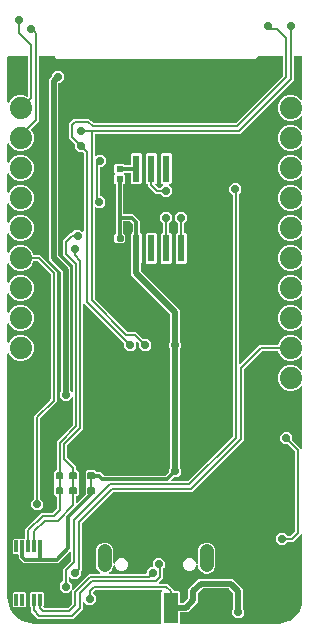
<source format=gbr>
G04 EAGLE Gerber RS-274X export*
G75*
%MOMM*%
%FSLAX34Y34*%
%LPD*%
%INBottom Copper*%
%IPPOS*%
%AMOC8*
5,1,8,0,0,1.08239X$1,22.5*%
G01*
%ADD10C,1.879600*%
%ADD11R,1.270000X2.540000*%
%ADD12R,0.600000X0.540000*%
%ADD13C,0.270000*%
%ADD14R,0.609600X2.286000*%
%ADD15C,1.158000*%
%ADD16R,0.300000X1.000000*%
%ADD17C,0.158750*%
%ADD18C,0.127000*%
%ADD19C,0.706400*%
%ADD20C,0.508000*%
%ADD21C,0.200000*%
%ADD22C,0.406400*%
%ADD23C,0.304800*%

G36*
X61814Y102668D02*
X61814Y102668D01*
X61887Y102675D01*
X61932Y102695D01*
X61980Y102706D01*
X62043Y102745D01*
X62110Y102775D01*
X62166Y102822D01*
X62188Y102835D01*
X62198Y102848D01*
X62224Y102869D01*
X68741Y109386D01*
X68798Y109466D01*
X68860Y109541D01*
X68868Y109564D01*
X68883Y109584D01*
X68911Y109678D01*
X68946Y109769D01*
X68949Y109802D01*
X68954Y109818D01*
X68953Y109843D01*
X68960Y109916D01*
X68960Y116402D01*
X68987Y116434D01*
X68995Y116457D01*
X69010Y116477D01*
X69038Y116571D01*
X69073Y116662D01*
X69076Y116695D01*
X69081Y116711D01*
X69080Y116736D01*
X69087Y116809D01*
X69087Y121951D01*
X69071Y122047D01*
X69062Y122144D01*
X69052Y122167D01*
X69048Y122192D01*
X69002Y122278D01*
X68961Y122367D01*
X68960Y122368D01*
X68960Y129072D01*
X70318Y130430D01*
X77002Y130430D01*
X78433Y128998D01*
X78513Y128941D01*
X78588Y128879D01*
X78611Y128871D01*
X78631Y128856D01*
X78725Y128828D01*
X78816Y128793D01*
X78849Y128790D01*
X78865Y128785D01*
X78890Y128786D01*
X78963Y128779D01*
X81273Y128779D01*
X84149Y125902D01*
X84229Y125845D01*
X84304Y125783D01*
X84327Y125775D01*
X84348Y125760D01*
X84441Y125732D01*
X84532Y125697D01*
X84565Y125694D01*
X84581Y125689D01*
X84606Y125690D01*
X84679Y125683D01*
X136301Y125683D01*
X136397Y125699D01*
X136494Y125708D01*
X136517Y125718D01*
X136542Y125722D01*
X136628Y125768D01*
X136716Y125809D01*
X136742Y125830D01*
X136757Y125837D01*
X136774Y125856D01*
X136831Y125902D01*
X139504Y128575D01*
X139549Y128638D01*
X139585Y128677D01*
X139593Y128694D01*
X139623Y128730D01*
X139631Y128753D01*
X139646Y128774D01*
X139674Y128867D01*
X139709Y128958D01*
X139712Y128991D01*
X139717Y129007D01*
X139716Y129032D01*
X139723Y129105D01*
X139723Y131635D01*
X140496Y132407D01*
X140553Y132487D01*
X140615Y132562D01*
X140623Y132585D01*
X140638Y132605D01*
X140666Y132699D01*
X140701Y132790D01*
X140704Y132823D01*
X140709Y132839D01*
X140708Y132864D01*
X140715Y132937D01*
X140715Y232823D01*
X140699Y232919D01*
X140690Y233016D01*
X140680Y233039D01*
X140676Y233064D01*
X140630Y233150D01*
X140589Y233239D01*
X140568Y233264D01*
X140561Y233279D01*
X140542Y233296D01*
X140496Y233353D01*
X139723Y234125D01*
X139723Y238315D01*
X140496Y239087D01*
X140553Y239167D01*
X140615Y239242D01*
X140623Y239265D01*
X140638Y239285D01*
X140666Y239379D01*
X140701Y239470D01*
X140704Y239503D01*
X140709Y239519D01*
X140708Y239544D01*
X140715Y239617D01*
X140715Y262166D01*
X140699Y262262D01*
X140690Y262359D01*
X140680Y262382D01*
X140676Y262407D01*
X140630Y262493D01*
X140589Y262582D01*
X140568Y262607D01*
X140561Y262622D01*
X140542Y262639D01*
X140496Y262696D01*
X110296Y292896D01*
X107695Y295496D01*
X107695Y305128D01*
X107679Y305224D01*
X107670Y305321D01*
X107660Y305344D01*
X107656Y305369D01*
X107610Y305455D01*
X107569Y305544D01*
X107548Y305569D01*
X107541Y305584D01*
X107522Y305601D01*
X107476Y305658D01*
X107187Y305946D01*
X107187Y330070D01*
X108104Y330986D01*
X108106Y330986D01*
X108203Y331002D01*
X108224Y331014D01*
X108248Y331020D01*
X108332Y331071D01*
X108418Y331117D01*
X108435Y331135D01*
X108456Y331148D01*
X108518Y331224D01*
X108585Y331295D01*
X108595Y331318D01*
X108611Y331337D01*
X108645Y331428D01*
X108686Y331518D01*
X108688Y331542D01*
X108697Y331565D01*
X108711Y331712D01*
X108711Y338787D01*
X108695Y338883D01*
X108686Y338980D01*
X108676Y339003D01*
X108672Y339028D01*
X108626Y339114D01*
X108585Y339202D01*
X108564Y339228D01*
X108557Y339243D01*
X108538Y339260D01*
X108492Y339317D01*
X106907Y340902D01*
X106827Y340959D01*
X106752Y341021D01*
X106729Y341029D01*
X106708Y341044D01*
X106615Y341072D01*
X106524Y341107D01*
X106491Y341110D01*
X106475Y341115D01*
X106450Y341114D01*
X106377Y341121D01*
X101588Y341121D01*
X101564Y341117D01*
X101539Y341120D01*
X101444Y341098D01*
X101347Y341082D01*
X101326Y341070D01*
X101302Y341064D01*
X101218Y341013D01*
X101132Y340967D01*
X101115Y340949D01*
X101094Y340936D01*
X101032Y340860D01*
X100965Y340789D01*
X100955Y340766D01*
X100939Y340747D01*
X100905Y340656D01*
X100864Y340566D01*
X100862Y340542D01*
X100853Y340519D01*
X100839Y340372D01*
X100839Y331227D01*
X100855Y331131D01*
X100864Y331034D01*
X100874Y331011D01*
X100878Y330986D01*
X100924Y330900D01*
X100965Y330811D01*
X100986Y330786D01*
X100993Y330771D01*
X101012Y330754D01*
X101058Y330697D01*
X102315Y329441D01*
X102315Y324359D01*
X100631Y322675D01*
X94949Y322675D01*
X93265Y324359D01*
X93265Y329441D01*
X94522Y330697D01*
X94579Y330776D01*
X94641Y330852D01*
X94649Y330875D01*
X94664Y330896D01*
X94692Y330989D01*
X94727Y331080D01*
X94730Y331113D01*
X94735Y331129D01*
X94734Y331154D01*
X94741Y331227D01*
X94741Y371706D01*
X94737Y371730D01*
X94740Y371755D01*
X94718Y371850D01*
X94702Y371947D01*
X94690Y371968D01*
X94684Y371992D01*
X94633Y372076D01*
X94587Y372162D01*
X94569Y372179D01*
X94556Y372200D01*
X94480Y372262D01*
X94409Y372329D01*
X94386Y372339D01*
X94367Y372355D01*
X94276Y372389D01*
X94186Y372430D01*
X94184Y372430D01*
X93265Y373348D01*
X93265Y380012D01*
X93724Y380470D01*
X93738Y380490D01*
X93757Y380506D01*
X93809Y380589D01*
X93866Y380669D01*
X93873Y380692D01*
X93886Y380713D01*
X93908Y380808D01*
X93937Y380902D01*
X93936Y380926D01*
X93942Y380950D01*
X93932Y381048D01*
X93929Y381146D01*
X93920Y381169D01*
X93918Y381193D01*
X93878Y381283D01*
X93843Y381374D01*
X93828Y381393D01*
X93818Y381416D01*
X93724Y381530D01*
X93265Y381988D01*
X93265Y388652D01*
X94158Y389545D01*
X101422Y389545D01*
X102378Y388588D01*
X102458Y388531D01*
X102533Y388469D01*
X102556Y388461D01*
X102576Y388446D01*
X102670Y388418D01*
X102761Y388383D01*
X102794Y388380D01*
X102810Y388375D01*
X102835Y388376D01*
X102908Y388369D01*
X106438Y388369D01*
X106462Y388373D01*
X106487Y388370D01*
X106582Y388392D01*
X106679Y388408D01*
X106700Y388420D01*
X106724Y388426D01*
X106808Y388477D01*
X106894Y388523D01*
X106911Y388541D01*
X106932Y388554D01*
X106994Y388630D01*
X107061Y388701D01*
X107071Y388724D01*
X107087Y388743D01*
X107121Y388834D01*
X107162Y388924D01*
X107164Y388948D01*
X107173Y388971D01*
X107187Y389118D01*
X107187Y397634D01*
X108080Y398527D01*
X115440Y398527D01*
X116333Y397634D01*
X116333Y373510D01*
X115440Y372617D01*
X108080Y372617D01*
X107187Y373510D01*
X107187Y381522D01*
X107183Y381546D01*
X107186Y381571D01*
X107164Y381666D01*
X107148Y381763D01*
X107136Y381784D01*
X107130Y381808D01*
X107079Y381892D01*
X107033Y381978D01*
X107015Y381995D01*
X107002Y382016D01*
X106926Y382078D01*
X106855Y382145D01*
X106832Y382155D01*
X106813Y382171D01*
X106722Y382205D01*
X106632Y382246D01*
X106608Y382248D01*
X106585Y382257D01*
X106438Y382271D01*
X102908Y382271D01*
X102812Y382255D01*
X102715Y382246D01*
X102692Y382236D01*
X102667Y382232D01*
X102581Y382186D01*
X102492Y382145D01*
X102467Y382124D01*
X102452Y382117D01*
X102435Y382098D01*
X102378Y382052D01*
X101856Y381530D01*
X101842Y381510D01*
X101823Y381494D01*
X101771Y381411D01*
X101714Y381331D01*
X101707Y381308D01*
X101694Y381287D01*
X101672Y381192D01*
X101643Y381098D01*
X101644Y381073D01*
X101638Y381050D01*
X101648Y380952D01*
X101651Y380854D01*
X101660Y380831D01*
X101662Y380807D01*
X101702Y380717D01*
X101737Y380626D01*
X101752Y380607D01*
X101762Y380584D01*
X101856Y380470D01*
X102315Y380012D01*
X102315Y373348D01*
X101389Y372422D01*
X101347Y372416D01*
X101326Y372404D01*
X101302Y372398D01*
X101218Y372347D01*
X101132Y372301D01*
X101115Y372283D01*
X101094Y372270D01*
X101032Y372194D01*
X100965Y372123D01*
X100955Y372100D01*
X100939Y372081D01*
X100905Y371990D01*
X100864Y371900D01*
X100862Y371876D01*
X100853Y371853D01*
X100839Y371706D01*
X100839Y347968D01*
X100843Y347944D01*
X100840Y347919D01*
X100862Y347824D01*
X100878Y347727D01*
X100890Y347706D01*
X100896Y347682D01*
X100947Y347598D01*
X100993Y347512D01*
X101011Y347495D01*
X101024Y347474D01*
X101100Y347412D01*
X101171Y347345D01*
X101194Y347335D01*
X101213Y347319D01*
X101304Y347285D01*
X101394Y347244D01*
X101418Y347242D01*
X101441Y347233D01*
X101588Y347219D01*
X109213Y347219D01*
X114809Y341623D01*
X114809Y331712D01*
X114813Y331688D01*
X114810Y331663D01*
X114832Y331568D01*
X114848Y331471D01*
X114860Y331450D01*
X114866Y331426D01*
X114917Y331342D01*
X114963Y331256D01*
X114981Y331239D01*
X114994Y331218D01*
X115070Y331156D01*
X115141Y331089D01*
X115164Y331079D01*
X115183Y331063D01*
X115274Y331029D01*
X115364Y330988D01*
X115388Y330986D01*
X115411Y330977D01*
X115427Y330976D01*
X116333Y330070D01*
X116333Y305946D01*
X116044Y305658D01*
X115993Y305587D01*
X115991Y305584D01*
X115989Y305582D01*
X115987Y305578D01*
X115925Y305503D01*
X115917Y305480D01*
X115902Y305460D01*
X115874Y305366D01*
X115839Y305275D01*
X115836Y305242D01*
X115831Y305226D01*
X115832Y305201D01*
X115825Y305128D01*
X115825Y299174D01*
X115829Y299148D01*
X115827Y299125D01*
X115843Y299057D01*
X115850Y298981D01*
X115860Y298958D01*
X115864Y298933D01*
X115877Y298910D01*
X115882Y298887D01*
X115920Y298827D01*
X115951Y298758D01*
X115972Y298733D01*
X115979Y298718D01*
X115998Y298701D01*
X116011Y298680D01*
X116023Y298670D01*
X116044Y298644D01*
X148845Y265844D01*
X148845Y239617D01*
X148861Y239521D01*
X148870Y239424D01*
X148880Y239401D01*
X148884Y239376D01*
X148930Y239290D01*
X148971Y239201D01*
X148992Y239176D01*
X148999Y239161D01*
X149018Y239144D01*
X149064Y239087D01*
X149837Y238315D01*
X149837Y234125D01*
X149064Y233353D01*
X149007Y233273D01*
X148945Y233198D01*
X148937Y233175D01*
X148922Y233155D01*
X148894Y233061D01*
X148859Y232970D01*
X148856Y232937D01*
X148851Y232921D01*
X148852Y232896D01*
X148845Y232823D01*
X148845Y132937D01*
X148861Y132841D01*
X148870Y132744D01*
X148880Y132721D01*
X148884Y132696D01*
X148930Y132610D01*
X148971Y132521D01*
X148992Y132496D01*
X148999Y132481D01*
X149018Y132464D01*
X149064Y132407D01*
X149837Y131635D01*
X149837Y127445D01*
X146875Y124483D01*
X144345Y124483D01*
X144249Y124467D01*
X144152Y124458D01*
X144129Y124448D01*
X144104Y124444D01*
X144018Y124398D01*
X143930Y124357D01*
X143904Y124336D01*
X143889Y124329D01*
X143872Y124310D01*
X143815Y124264D01*
X141661Y122110D01*
X141618Y122050D01*
X141568Y121996D01*
X141548Y121951D01*
X141519Y121911D01*
X141498Y121841D01*
X141467Y121774D01*
X141462Y121725D01*
X141448Y121678D01*
X141450Y121604D01*
X141443Y121531D01*
X141454Y121483D01*
X141456Y121434D01*
X141482Y121365D01*
X141498Y121293D01*
X141524Y121252D01*
X141542Y121205D01*
X141588Y121149D01*
X141627Y121086D01*
X141665Y121055D01*
X141696Y121017D01*
X141759Y120978D01*
X141816Y120931D01*
X141862Y120914D01*
X141904Y120888D01*
X141975Y120871D01*
X142044Y120845D01*
X142117Y120838D01*
X142141Y120832D01*
X142158Y120834D01*
X142191Y120830D01*
X155505Y120830D01*
X155601Y120846D01*
X155698Y120856D01*
X155721Y120866D01*
X155746Y120870D01*
X155832Y120916D01*
X155921Y120956D01*
X155946Y120977D01*
X155961Y120985D01*
X155978Y121003D01*
X155981Y121006D01*
X155983Y121007D01*
X155984Y121008D01*
X156035Y121050D01*
X193376Y158391D01*
X193433Y158470D01*
X193495Y158545D01*
X193503Y158569D01*
X193518Y158589D01*
X193546Y158683D01*
X193581Y158774D01*
X193584Y158807D01*
X193589Y158823D01*
X193588Y158848D01*
X193595Y158921D01*
X193595Y362823D01*
X193579Y362919D01*
X193570Y363016D01*
X193560Y363039D01*
X193556Y363064D01*
X193510Y363150D01*
X193469Y363239D01*
X193448Y363264D01*
X193441Y363279D01*
X193422Y363296D01*
X193376Y363353D01*
X190523Y366205D01*
X190523Y370395D01*
X193485Y373357D01*
X197675Y373357D01*
X200637Y370395D01*
X200637Y366205D01*
X198864Y364433D01*
X198807Y364353D01*
X198745Y364278D01*
X198737Y364255D01*
X198722Y364235D01*
X198694Y364141D01*
X198659Y364050D01*
X198656Y364017D01*
X198651Y364001D01*
X198652Y363976D01*
X198645Y363903D01*
X198645Y220534D01*
X198657Y220462D01*
X198659Y220388D01*
X198676Y220342D01*
X198684Y220293D01*
X198719Y220229D01*
X198745Y220160D01*
X198776Y220122D01*
X198799Y220078D01*
X198853Y220028D01*
X198900Y219971D01*
X198941Y219945D01*
X198977Y219911D01*
X199044Y219881D01*
X199107Y219842D01*
X199155Y219831D01*
X199200Y219810D01*
X199273Y219803D01*
X199344Y219786D01*
X199393Y219791D01*
X199443Y219786D01*
X199514Y219803D01*
X199587Y219810D01*
X199632Y219830D01*
X199680Y219842D01*
X199743Y219880D01*
X199810Y219911D01*
X199866Y219957D01*
X199888Y219970D01*
X199898Y219983D01*
X199924Y220004D01*
X214426Y234506D01*
X216124Y236205D01*
X231292Y236205D01*
X231430Y236227D01*
X231533Y236244D01*
X231647Y236305D01*
X231748Y236359D01*
X231827Y236443D01*
X231915Y236537D01*
X231915Y236538D01*
X231985Y236667D01*
X233310Y239867D01*
X236383Y242940D01*
X240397Y244603D01*
X244743Y244603D01*
X248757Y242940D01*
X251228Y240469D01*
X251288Y240426D01*
X251342Y240376D01*
X251386Y240355D01*
X251427Y240327D01*
X251497Y240305D01*
X251564Y240275D01*
X251613Y240270D01*
X251660Y240256D01*
X251733Y240258D01*
X251807Y240251D01*
X251855Y240262D01*
X251904Y240264D01*
X251973Y240290D01*
X252044Y240306D01*
X252086Y240332D01*
X252132Y240350D01*
X252189Y240396D01*
X252252Y240435D01*
X252283Y240473D01*
X252321Y240504D01*
X252360Y240567D01*
X252407Y240623D01*
X252424Y240669D01*
X252450Y240711D01*
X252467Y240783D01*
X252493Y240852D01*
X252500Y240925D01*
X252506Y240949D01*
X252504Y240966D01*
X252507Y240999D01*
X252507Y251761D01*
X252495Y251834D01*
X252493Y251907D01*
X252476Y251953D01*
X252468Y252002D01*
X252433Y252067D01*
X252407Y252136D01*
X252376Y252174D01*
X252353Y252217D01*
X252299Y252268D01*
X252252Y252324D01*
X252210Y252350D01*
X252175Y252384D01*
X252108Y252415D01*
X252045Y252453D01*
X251997Y252465D01*
X251952Y252485D01*
X251879Y252492D01*
X251808Y252509D01*
X251759Y252504D01*
X251709Y252509D01*
X251638Y252492D01*
X251565Y252485D01*
X251520Y252465D01*
X251472Y252454D01*
X251409Y252415D01*
X251342Y252385D01*
X251286Y252338D01*
X251264Y252325D01*
X251254Y252312D01*
X251228Y252291D01*
X248757Y249820D01*
X244743Y248157D01*
X240397Y248157D01*
X236383Y249820D01*
X233310Y252893D01*
X231647Y256907D01*
X231647Y261253D01*
X233310Y265267D01*
X236383Y268340D01*
X240397Y270003D01*
X244743Y270003D01*
X248757Y268340D01*
X251228Y265869D01*
X251288Y265826D01*
X251342Y265776D01*
X251386Y265755D01*
X251427Y265727D01*
X251497Y265705D01*
X251564Y265675D01*
X251613Y265670D01*
X251660Y265656D01*
X251733Y265658D01*
X251807Y265651D01*
X251855Y265662D01*
X251904Y265664D01*
X251973Y265690D01*
X252044Y265706D01*
X252086Y265732D01*
X252132Y265750D01*
X252189Y265796D01*
X252252Y265835D01*
X252283Y265873D01*
X252321Y265904D01*
X252360Y265967D01*
X252407Y266023D01*
X252424Y266069D01*
X252450Y266111D01*
X252467Y266183D01*
X252493Y266252D01*
X252500Y266325D01*
X252506Y266349D01*
X252504Y266366D01*
X252507Y266399D01*
X252507Y277161D01*
X252495Y277234D01*
X252493Y277307D01*
X252476Y277353D01*
X252468Y277402D01*
X252433Y277467D01*
X252407Y277536D01*
X252376Y277574D01*
X252353Y277617D01*
X252299Y277668D01*
X252252Y277724D01*
X252210Y277750D01*
X252175Y277784D01*
X252108Y277815D01*
X252045Y277853D01*
X251997Y277865D01*
X251952Y277885D01*
X251879Y277892D01*
X251808Y277909D01*
X251759Y277904D01*
X251709Y277909D01*
X251638Y277892D01*
X251565Y277885D01*
X251520Y277865D01*
X251472Y277854D01*
X251409Y277815D01*
X251342Y277785D01*
X251286Y277738D01*
X251264Y277725D01*
X251254Y277712D01*
X251228Y277691D01*
X248757Y275220D01*
X244743Y273557D01*
X240397Y273557D01*
X236383Y275220D01*
X233310Y278293D01*
X231647Y282307D01*
X231647Y286653D01*
X233310Y290667D01*
X236383Y293740D01*
X240397Y295403D01*
X244743Y295403D01*
X248757Y293740D01*
X251228Y291269D01*
X251288Y291226D01*
X251342Y291176D01*
X251386Y291155D01*
X251427Y291127D01*
X251497Y291105D01*
X251564Y291075D01*
X251613Y291070D01*
X251660Y291056D01*
X251733Y291058D01*
X251807Y291051D01*
X251855Y291062D01*
X251904Y291064D01*
X251973Y291090D01*
X252044Y291106D01*
X252086Y291132D01*
X252132Y291150D01*
X252189Y291196D01*
X252252Y291235D01*
X252283Y291273D01*
X252321Y291304D01*
X252360Y291367D01*
X252407Y291423D01*
X252424Y291469D01*
X252450Y291511D01*
X252467Y291583D01*
X252493Y291652D01*
X252500Y291725D01*
X252506Y291749D01*
X252504Y291766D01*
X252507Y291799D01*
X252507Y302561D01*
X252495Y302634D01*
X252493Y302707D01*
X252476Y302753D01*
X252468Y302802D01*
X252433Y302867D01*
X252407Y302936D01*
X252376Y302974D01*
X252353Y303017D01*
X252299Y303068D01*
X252252Y303124D01*
X252210Y303150D01*
X252175Y303184D01*
X252108Y303215D01*
X252045Y303253D01*
X251997Y303265D01*
X251952Y303285D01*
X251879Y303292D01*
X251808Y303309D01*
X251759Y303304D01*
X251709Y303309D01*
X251638Y303292D01*
X251565Y303285D01*
X251520Y303265D01*
X251472Y303254D01*
X251409Y303215D01*
X251342Y303185D01*
X251286Y303138D01*
X251264Y303125D01*
X251254Y303112D01*
X251228Y303091D01*
X248757Y300620D01*
X244743Y298957D01*
X240397Y298957D01*
X236383Y300620D01*
X233310Y303693D01*
X231647Y307707D01*
X231647Y312053D01*
X233310Y316067D01*
X236383Y319140D01*
X240397Y320803D01*
X244743Y320803D01*
X248757Y319140D01*
X251228Y316669D01*
X251288Y316626D01*
X251342Y316576D01*
X251386Y316555D01*
X251427Y316527D01*
X251497Y316505D01*
X251564Y316475D01*
X251613Y316470D01*
X251660Y316456D01*
X251733Y316458D01*
X251807Y316451D01*
X251855Y316462D01*
X251904Y316464D01*
X251973Y316490D01*
X252044Y316506D01*
X252086Y316532D01*
X252132Y316550D01*
X252189Y316596D01*
X252252Y316635D01*
X252283Y316673D01*
X252321Y316704D01*
X252360Y316767D01*
X252407Y316823D01*
X252424Y316869D01*
X252450Y316911D01*
X252467Y316983D01*
X252493Y317052D01*
X252500Y317125D01*
X252506Y317149D01*
X252504Y317166D01*
X252507Y317199D01*
X252507Y327961D01*
X252495Y328034D01*
X252493Y328107D01*
X252476Y328153D01*
X252468Y328202D01*
X252433Y328267D01*
X252407Y328336D01*
X252376Y328374D01*
X252353Y328417D01*
X252299Y328468D01*
X252252Y328524D01*
X252210Y328550D01*
X252175Y328584D01*
X252108Y328615D01*
X252045Y328653D01*
X251997Y328665D01*
X251952Y328685D01*
X251879Y328692D01*
X251808Y328709D01*
X251759Y328704D01*
X251709Y328709D01*
X251638Y328692D01*
X251565Y328685D01*
X251520Y328665D01*
X251472Y328654D01*
X251409Y328615D01*
X251342Y328585D01*
X251286Y328538D01*
X251264Y328525D01*
X251254Y328512D01*
X251228Y328491D01*
X248757Y326020D01*
X244743Y324357D01*
X240397Y324357D01*
X236383Y326020D01*
X233310Y329093D01*
X231647Y333107D01*
X231647Y337453D01*
X233310Y341467D01*
X236383Y344540D01*
X240397Y346203D01*
X244743Y346203D01*
X248757Y344540D01*
X251228Y342069D01*
X251288Y342026D01*
X251342Y341976D01*
X251386Y341955D01*
X251427Y341927D01*
X251497Y341905D01*
X251564Y341875D01*
X251613Y341870D01*
X251660Y341856D01*
X251733Y341858D01*
X251807Y341851D01*
X251855Y341862D01*
X251904Y341864D01*
X251973Y341890D01*
X252044Y341906D01*
X252086Y341932D01*
X252132Y341950D01*
X252189Y341996D01*
X252252Y342035D01*
X252283Y342073D01*
X252321Y342104D01*
X252360Y342167D01*
X252407Y342223D01*
X252424Y342269D01*
X252450Y342311D01*
X252467Y342383D01*
X252493Y342452D01*
X252500Y342525D01*
X252506Y342549D01*
X252504Y342566D01*
X252507Y342599D01*
X252507Y353361D01*
X252495Y353434D01*
X252493Y353507D01*
X252476Y353553D01*
X252468Y353602D01*
X252433Y353667D01*
X252407Y353736D01*
X252376Y353774D01*
X252353Y353817D01*
X252299Y353868D01*
X252252Y353924D01*
X252210Y353950D01*
X252175Y353984D01*
X252108Y354015D01*
X252045Y354053D01*
X251997Y354065D01*
X251952Y354085D01*
X251879Y354092D01*
X251808Y354109D01*
X251759Y354104D01*
X251709Y354109D01*
X251638Y354092D01*
X251565Y354085D01*
X251520Y354065D01*
X251472Y354054D01*
X251409Y354015D01*
X251342Y353985D01*
X251286Y353938D01*
X251264Y353925D01*
X251254Y353912D01*
X251228Y353891D01*
X248757Y351420D01*
X244743Y349757D01*
X240397Y349757D01*
X236383Y351420D01*
X233310Y354493D01*
X231647Y358507D01*
X231647Y362853D01*
X233310Y366867D01*
X236383Y369940D01*
X240397Y371603D01*
X244743Y371603D01*
X248757Y369940D01*
X251228Y367469D01*
X251288Y367426D01*
X251342Y367376D01*
X251386Y367355D01*
X251427Y367327D01*
X251497Y367305D01*
X251564Y367275D01*
X251613Y367270D01*
X251660Y367256D01*
X251733Y367258D01*
X251807Y367251D01*
X251855Y367262D01*
X251904Y367264D01*
X251973Y367290D01*
X252044Y367306D01*
X252086Y367332D01*
X252132Y367350D01*
X252189Y367396D01*
X252252Y367435D01*
X252283Y367473D01*
X252321Y367504D01*
X252360Y367567D01*
X252407Y367623D01*
X252424Y367669D01*
X252450Y367711D01*
X252467Y367783D01*
X252493Y367852D01*
X252500Y367925D01*
X252506Y367949D01*
X252504Y367966D01*
X252507Y367999D01*
X252507Y378761D01*
X252495Y378834D01*
X252493Y378907D01*
X252476Y378953D01*
X252468Y379002D01*
X252433Y379067D01*
X252407Y379136D01*
X252376Y379174D01*
X252353Y379217D01*
X252299Y379268D01*
X252252Y379324D01*
X252210Y379350D01*
X252175Y379384D01*
X252108Y379415D01*
X252045Y379453D01*
X251997Y379465D01*
X251952Y379485D01*
X251879Y379492D01*
X251808Y379509D01*
X251759Y379504D01*
X251709Y379509D01*
X251638Y379492D01*
X251565Y379485D01*
X251520Y379465D01*
X251472Y379454D01*
X251409Y379415D01*
X251342Y379385D01*
X251286Y379338D01*
X251264Y379325D01*
X251254Y379312D01*
X251228Y379291D01*
X248757Y376820D01*
X244743Y375157D01*
X240397Y375157D01*
X236383Y376820D01*
X233310Y379893D01*
X231647Y383907D01*
X231647Y388253D01*
X233310Y392267D01*
X236383Y395340D01*
X240397Y397003D01*
X244743Y397003D01*
X248757Y395340D01*
X251228Y392869D01*
X251288Y392826D01*
X251342Y392776D01*
X251386Y392755D01*
X251427Y392727D01*
X251497Y392705D01*
X251564Y392675D01*
X251613Y392670D01*
X251660Y392656D01*
X251733Y392658D01*
X251807Y392651D01*
X251855Y392662D01*
X251904Y392664D01*
X251973Y392690D01*
X252044Y392706D01*
X252086Y392732D01*
X252132Y392750D01*
X252189Y392796D01*
X252252Y392835D01*
X252283Y392873D01*
X252321Y392904D01*
X252360Y392967D01*
X252407Y393023D01*
X252424Y393069D01*
X252450Y393111D01*
X252467Y393183D01*
X252493Y393252D01*
X252500Y393325D01*
X252506Y393349D01*
X252504Y393366D01*
X252507Y393399D01*
X252507Y404161D01*
X252495Y404234D01*
X252493Y404307D01*
X252476Y404353D01*
X252468Y404402D01*
X252433Y404467D01*
X252407Y404536D01*
X252376Y404574D01*
X252353Y404617D01*
X252299Y404668D01*
X252252Y404724D01*
X252210Y404750D01*
X252175Y404784D01*
X252108Y404815D01*
X252045Y404853D01*
X251997Y404865D01*
X251952Y404885D01*
X251879Y404892D01*
X251808Y404909D01*
X251759Y404904D01*
X251709Y404909D01*
X251638Y404892D01*
X251565Y404885D01*
X251520Y404865D01*
X251472Y404854D01*
X251409Y404815D01*
X251342Y404785D01*
X251286Y404738D01*
X251264Y404725D01*
X251254Y404712D01*
X251228Y404691D01*
X248757Y402220D01*
X244743Y400557D01*
X240397Y400557D01*
X236383Y402220D01*
X233310Y405293D01*
X231647Y409307D01*
X231647Y413653D01*
X233310Y417667D01*
X236383Y420740D01*
X240397Y422403D01*
X244743Y422403D01*
X248757Y420740D01*
X251228Y418269D01*
X251288Y418226D01*
X251342Y418176D01*
X251386Y418155D01*
X251427Y418127D01*
X251497Y418105D01*
X251564Y418075D01*
X251613Y418070D01*
X251660Y418056D01*
X251733Y418058D01*
X251807Y418051D01*
X251855Y418062D01*
X251904Y418064D01*
X251973Y418090D01*
X252044Y418106D01*
X252086Y418132D01*
X252132Y418150D01*
X252189Y418196D01*
X252252Y418235D01*
X252283Y418273D01*
X252321Y418304D01*
X252360Y418367D01*
X252407Y418423D01*
X252424Y418469D01*
X252450Y418511D01*
X252467Y418583D01*
X252493Y418652D01*
X252500Y418725D01*
X252506Y418749D01*
X252504Y418766D01*
X252507Y418799D01*
X252507Y429561D01*
X252504Y429579D01*
X252506Y429592D01*
X252495Y429637D01*
X252493Y429707D01*
X252476Y429753D01*
X252468Y429802D01*
X252433Y429867D01*
X252407Y429936D01*
X252376Y429974D01*
X252353Y430017D01*
X252299Y430068D01*
X252252Y430124D01*
X252210Y430150D01*
X252175Y430184D01*
X252108Y430215D01*
X252045Y430253D01*
X251997Y430265D01*
X251952Y430285D01*
X251879Y430292D01*
X251808Y430309D01*
X251759Y430304D01*
X251709Y430309D01*
X251638Y430292D01*
X251565Y430285D01*
X251520Y430265D01*
X251472Y430254D01*
X251409Y430215D01*
X251342Y430185D01*
X251287Y430139D01*
X251284Y430138D01*
X251283Y430136D01*
X251264Y430125D01*
X251254Y430112D01*
X251228Y430091D01*
X248757Y427620D01*
X244743Y425957D01*
X240397Y425957D01*
X236383Y427620D01*
X233310Y430693D01*
X231647Y434707D01*
X231647Y439053D01*
X233310Y443067D01*
X236383Y446140D01*
X240397Y447803D01*
X244743Y447803D01*
X248757Y446140D01*
X251228Y443669D01*
X251288Y443626D01*
X251342Y443576D01*
X251386Y443555D01*
X251427Y443527D01*
X251497Y443505D01*
X251564Y443475D01*
X251613Y443470D01*
X251660Y443456D01*
X251733Y443458D01*
X251807Y443451D01*
X251855Y443462D01*
X251904Y443464D01*
X251973Y443490D01*
X252044Y443506D01*
X252086Y443532D01*
X252132Y443550D01*
X252189Y443596D01*
X252252Y443635D01*
X252283Y443673D01*
X252321Y443704D01*
X252360Y443767D01*
X252407Y443823D01*
X252424Y443869D01*
X252450Y443911D01*
X252467Y443983D01*
X252493Y444052D01*
X252500Y444125D01*
X252506Y444149D01*
X252504Y444166D01*
X252507Y444199D01*
X252507Y480020D01*
X252503Y480044D01*
X252506Y480069D01*
X252484Y480164D01*
X252468Y480261D01*
X252456Y480282D01*
X252450Y480306D01*
X252399Y480390D01*
X252353Y480476D01*
X252335Y480493D01*
X252322Y480514D01*
X252246Y480576D01*
X252175Y480643D01*
X252152Y480653D01*
X252133Y480669D01*
X252042Y480703D01*
X251952Y480744D01*
X251928Y480746D01*
X251905Y480755D01*
X251758Y480769D01*
X245844Y480769D01*
X245820Y480765D01*
X245795Y480768D01*
X245700Y480746D01*
X245603Y480730D01*
X245582Y480718D01*
X245558Y480712D01*
X245474Y480661D01*
X245388Y480615D01*
X245371Y480597D01*
X245350Y480584D01*
X245288Y480508D01*
X245221Y480437D01*
X245211Y480414D01*
X245195Y480395D01*
X245161Y480304D01*
X245120Y480214D01*
X245118Y480190D01*
X245109Y480167D01*
X245095Y480020D01*
X245095Y460225D01*
X200175Y415305D01*
X77341Y415305D01*
X77317Y415301D01*
X77293Y415304D01*
X77197Y415282D01*
X77100Y415266D01*
X77079Y415254D01*
X77055Y415248D01*
X76972Y415197D01*
X76885Y415151D01*
X76869Y415133D01*
X76848Y415120D01*
X76785Y415044D01*
X76718Y414973D01*
X76708Y414950D01*
X76693Y414931D01*
X76658Y414840D01*
X76618Y414750D01*
X76615Y414726D01*
X76607Y414703D01*
X76592Y414556D01*
X76592Y396702D01*
X76604Y396630D01*
X76606Y396556D01*
X76624Y396510D01*
X76632Y396461D01*
X76666Y396397D01*
X76692Y396328D01*
X76723Y396290D01*
X76747Y396246D01*
X76800Y396196D01*
X76847Y396139D01*
X76889Y396113D01*
X76925Y396079D01*
X76992Y396049D01*
X77054Y396010D01*
X77102Y395999D01*
X77147Y395978D01*
X77220Y395971D01*
X77292Y395955D01*
X77341Y395959D01*
X77390Y395954D01*
X77461Y395971D01*
X77534Y395978D01*
X77579Y395998D01*
X77627Y396010D01*
X77690Y396048D01*
X77757Y396079D01*
X77814Y396125D01*
X77835Y396138D01*
X77845Y396151D01*
X77871Y396172D01*
X79185Y397487D01*
X83375Y397487D01*
X86337Y394525D01*
X86337Y390335D01*
X83375Y387373D01*
X82014Y387373D01*
X81990Y387369D01*
X81965Y387372D01*
X81870Y387350D01*
X81773Y387334D01*
X81752Y387322D01*
X81728Y387316D01*
X81644Y387265D01*
X81558Y387219D01*
X81541Y387201D01*
X81520Y387188D01*
X81458Y387112D01*
X81391Y387041D01*
X81381Y387018D01*
X81365Y386999D01*
X81331Y386908D01*
X81290Y386818D01*
X81288Y386794D01*
X81279Y386771D01*
X81265Y386624D01*
X81265Y362781D01*
X81269Y362757D01*
X81266Y362733D01*
X81288Y362637D01*
X81304Y362540D01*
X81316Y362519D01*
X81322Y362495D01*
X81373Y362412D01*
X81419Y362325D01*
X81437Y362308D01*
X81450Y362288D01*
X81526Y362225D01*
X81597Y362158D01*
X81620Y362148D01*
X81639Y362133D01*
X81730Y362098D01*
X81820Y362057D01*
X81844Y362055D01*
X81867Y362046D01*
X82014Y362032D01*
X82841Y362032D01*
X85803Y359070D01*
X85803Y354881D01*
X82841Y351918D01*
X78651Y351918D01*
X77871Y352699D01*
X77811Y352742D01*
X77758Y352792D01*
X77713Y352812D01*
X77673Y352841D01*
X77602Y352862D01*
X77536Y352893D01*
X77486Y352898D01*
X77439Y352912D01*
X77366Y352909D01*
X77293Y352917D01*
X77245Y352906D01*
X77195Y352904D01*
X77127Y352878D01*
X77055Y352861D01*
X77013Y352835D01*
X76967Y352818D01*
X76910Y352772D01*
X76848Y352733D01*
X76816Y352695D01*
X76778Y352663D01*
X76739Y352601D01*
X76693Y352544D01*
X76675Y352498D01*
X76649Y352456D01*
X76632Y352385D01*
X76607Y352316D01*
X76599Y352243D01*
X76594Y352219D01*
X76595Y352202D01*
X76592Y352169D01*
X76592Y275602D01*
X76608Y275506D01*
X76617Y275409D01*
X76628Y275386D01*
X76632Y275361D01*
X76678Y275275D01*
X76718Y275186D01*
X76739Y275161D01*
X76747Y275146D01*
X76765Y275129D01*
X76811Y275072D01*
X104029Y247854D01*
X104109Y247797D01*
X104184Y247735D01*
X104207Y247727D01*
X104228Y247712D01*
X104321Y247684D01*
X104412Y247649D01*
X104445Y247646D01*
X104461Y247641D01*
X104486Y247642D01*
X104559Y247635D01*
X111536Y247635D01*
X117674Y241496D01*
X117754Y241439D01*
X117829Y241377D01*
X117852Y241369D01*
X117873Y241354D01*
X117966Y241326D01*
X118057Y241291D01*
X118090Y241288D01*
X118106Y241283D01*
X118131Y241284D01*
X118204Y241277D01*
X121475Y241277D01*
X124437Y238315D01*
X124437Y234125D01*
X121475Y231163D01*
X117285Y231163D01*
X114323Y234125D01*
X114323Y237396D01*
X114307Y237492D01*
X114298Y237589D01*
X114288Y237612D01*
X114284Y237637D01*
X114237Y237723D01*
X114197Y237811D01*
X114176Y237837D01*
X114169Y237852D01*
X114150Y237869D01*
X114104Y237926D01*
X113016Y239014D01*
X112956Y239056D01*
X112902Y239107D01*
X112858Y239127D01*
X112817Y239156D01*
X112747Y239177D01*
X112680Y239208D01*
X112631Y239212D01*
X112584Y239227D01*
X112511Y239224D01*
X112437Y239232D01*
X112389Y239220D01*
X112340Y239219D01*
X112271Y239193D01*
X112200Y239176D01*
X112158Y239150D01*
X112112Y239133D01*
X112055Y239086D01*
X111992Y239048D01*
X111961Y239010D01*
X111923Y238978D01*
X111884Y238916D01*
X111837Y238859D01*
X111820Y238813D01*
X111794Y238771D01*
X111777Y238700D01*
X111751Y238631D01*
X111744Y238558D01*
X111738Y238534D01*
X111740Y238517D01*
X111737Y238484D01*
X111737Y234125D01*
X108775Y231163D01*
X104585Y231163D01*
X101623Y234125D01*
X101623Y237396D01*
X101607Y237492D01*
X101598Y237589D01*
X101588Y237612D01*
X101584Y237637D01*
X101538Y237723D01*
X101497Y237811D01*
X101476Y237837D01*
X101469Y237852D01*
X101450Y237869D01*
X101404Y237926D01*
X69024Y270306D01*
X68412Y270917D01*
X68353Y270960D01*
X68299Y271010D01*
X68254Y271030D01*
X68214Y271059D01*
X68144Y271081D01*
X68077Y271111D01*
X68028Y271116D01*
X67981Y271130D01*
X67907Y271128D01*
X67834Y271135D01*
X67786Y271124D01*
X67737Y271122D01*
X67668Y271096D01*
X67596Y271080D01*
X67554Y271054D01*
X67508Y271036D01*
X67452Y270990D01*
X67389Y270951D01*
X67358Y270913D01*
X67320Y270882D01*
X67281Y270819D01*
X67234Y270763D01*
X67217Y270716D01*
X67191Y270675D01*
X67174Y270603D01*
X67148Y270534D01*
X67141Y270461D01*
X67135Y270437D01*
X67137Y270420D01*
X67133Y270387D01*
X67133Y165163D01*
X53705Y151735D01*
X53648Y151655D01*
X53586Y151580D01*
X53577Y151557D01*
X53563Y151536D01*
X53535Y151443D01*
X53500Y151352D01*
X53497Y151319D01*
X53492Y151303D01*
X53493Y151278D01*
X53486Y151205D01*
X53486Y140895D01*
X53501Y140799D01*
X53511Y140702D01*
X53521Y140679D01*
X53525Y140655D01*
X53571Y140568D01*
X53611Y140480D01*
X53632Y140454D01*
X53640Y140439D01*
X53658Y140422D01*
X53705Y140365D01*
X60945Y133126D01*
X60945Y131179D01*
X60949Y131155D01*
X60946Y131130D01*
X60968Y131035D01*
X60984Y130938D01*
X60996Y130917D01*
X61002Y130893D01*
X61053Y130809D01*
X61099Y130723D01*
X61117Y130706D01*
X61130Y130685D01*
X61206Y130623D01*
X61277Y130556D01*
X61300Y130546D01*
X61319Y130530D01*
X61410Y130496D01*
X61500Y130455D01*
X61524Y130453D01*
X61547Y130444D01*
X61694Y130430D01*
X61762Y130430D01*
X63120Y129072D01*
X63120Y122358D01*
X63093Y122326D01*
X63085Y122303D01*
X63070Y122283D01*
X63042Y122189D01*
X63007Y122098D01*
X63004Y122065D01*
X62999Y122049D01*
X63000Y122024D01*
X62993Y121951D01*
X62993Y116809D01*
X63009Y116713D01*
X63018Y116616D01*
X63028Y116593D01*
X63032Y116568D01*
X63078Y116482D01*
X63119Y116393D01*
X63120Y116392D01*
X63120Y109688D01*
X61762Y108330D01*
X61694Y108330D01*
X61670Y108326D01*
X61645Y108329D01*
X61550Y108307D01*
X61453Y108291D01*
X61432Y108279D01*
X61408Y108273D01*
X61324Y108222D01*
X61238Y108176D01*
X61221Y108158D01*
X61200Y108145D01*
X61138Y108069D01*
X61071Y107998D01*
X61061Y107975D01*
X61045Y107956D01*
X61011Y107865D01*
X60970Y107775D01*
X60968Y107751D01*
X60959Y107728D01*
X60945Y107581D01*
X60945Y103399D01*
X60957Y103326D01*
X60959Y103253D01*
X60976Y103207D01*
X60984Y103158D01*
X61019Y103093D01*
X61045Y103025D01*
X61076Y102986D01*
X61099Y102943D01*
X61153Y102893D01*
X61200Y102836D01*
X61241Y102810D01*
X61277Y102776D01*
X61344Y102746D01*
X61407Y102707D01*
X61455Y102696D01*
X61500Y102675D01*
X61573Y102668D01*
X61644Y102651D01*
X61693Y102656D01*
X61743Y102651D01*
X61814Y102668D01*
G37*
G36*
X132370Y227D02*
X132370Y227D01*
X132395Y224D01*
X132490Y246D01*
X132587Y262D01*
X132608Y274D01*
X132632Y280D01*
X132716Y331D01*
X132802Y377D01*
X132819Y395D01*
X132840Y408D01*
X132902Y484D01*
X132969Y555D01*
X132979Y578D01*
X132995Y597D01*
X133029Y688D01*
X133070Y778D01*
X133072Y802D01*
X133081Y825D01*
X133095Y972D01*
X133095Y27302D01*
X133740Y27946D01*
X133783Y28006D01*
X133833Y28060D01*
X133853Y28104D01*
X133882Y28145D01*
X133903Y28215D01*
X133934Y28282D01*
X133939Y28331D01*
X133953Y28378D01*
X133951Y28451D01*
X133958Y28525D01*
X133947Y28573D01*
X133945Y28622D01*
X133919Y28691D01*
X133903Y28762D01*
X133877Y28804D01*
X133859Y28850D01*
X133813Y28907D01*
X133774Y28970D01*
X133736Y29001D01*
X133705Y29039D01*
X133642Y29078D01*
X133585Y29125D01*
X133539Y29142D01*
X133497Y29168D01*
X133426Y29185D01*
X133357Y29211D01*
X133284Y29218D01*
X133260Y29224D01*
X133243Y29222D01*
X133210Y29225D01*
X77556Y29225D01*
X77460Y29209D01*
X77363Y29200D01*
X77340Y29190D01*
X77315Y29186D01*
X77229Y29140D01*
X77141Y29099D01*
X77115Y29078D01*
X77100Y29071D01*
X77083Y29052D01*
X77026Y29006D01*
X75134Y27114D01*
X75077Y27034D01*
X75015Y26959D01*
X75007Y26936D01*
X74992Y26915D01*
X74964Y26822D01*
X74929Y26731D01*
X74926Y26698D01*
X74921Y26682D01*
X74922Y26657D01*
X74915Y26584D01*
X74915Y26527D01*
X74929Y26440D01*
X74929Y26438D01*
X74930Y26436D01*
X74931Y26431D01*
X74940Y26334D01*
X74950Y26311D01*
X74954Y26286D01*
X75000Y26200D01*
X75041Y26111D01*
X75062Y26086D01*
X75069Y26071D01*
X75088Y26054D01*
X75134Y25997D01*
X77447Y23685D01*
X77447Y19495D01*
X74485Y16533D01*
X70295Y16533D01*
X68040Y18789D01*
X67980Y18832D01*
X67927Y18882D01*
X67882Y18902D01*
X67841Y18931D01*
X67771Y18952D01*
X67704Y18983D01*
X67655Y18988D01*
X67608Y19002D01*
X67535Y19000D01*
X67461Y19007D01*
X67413Y18996D01*
X67364Y18994D01*
X67295Y18968D01*
X67224Y18952D01*
X67182Y18926D01*
X67136Y18908D01*
X67079Y18862D01*
X67016Y18823D01*
X66985Y18785D01*
X66947Y18753D01*
X66908Y18691D01*
X66862Y18634D01*
X66844Y18588D01*
X66818Y18546D01*
X66801Y18475D01*
X66775Y18406D01*
X66768Y18333D01*
X66762Y18309D01*
X66764Y18292D01*
X66761Y18259D01*
X66761Y12960D01*
X58459Y4657D01*
X28602Y4657D01*
X22795Y10464D01*
X22795Y14238D01*
X22779Y14334D01*
X22770Y14431D01*
X22760Y14454D01*
X22756Y14479D01*
X22710Y14565D01*
X22669Y14654D01*
X22648Y14679D01*
X22641Y14694D01*
X22622Y14711D01*
X22576Y14768D01*
X22295Y15048D01*
X22295Y26312D01*
X23188Y27205D01*
X27531Y27205D01*
X27533Y27204D01*
X27629Y27181D01*
X27722Y27153D01*
X27747Y27154D01*
X27771Y27148D01*
X27868Y27158D01*
X27966Y27161D01*
X27989Y27170D01*
X28013Y27172D01*
X28086Y27205D01*
X32452Y27205D01*
X33345Y26312D01*
X33345Y15022D01*
X33333Y15003D01*
X33276Y14924D01*
X33269Y14900D01*
X33256Y14879D01*
X33234Y14784D01*
X33205Y14690D01*
X33206Y14666D01*
X33200Y14642D01*
X33210Y14545D01*
X33213Y14446D01*
X33222Y14423D01*
X33224Y14399D01*
X33264Y14310D01*
X33299Y14218D01*
X33314Y14199D01*
X33325Y14177D01*
X33418Y14062D01*
X33846Y13634D01*
X33926Y13577D01*
X34001Y13515D01*
X34024Y13507D01*
X34045Y13492D01*
X34138Y13464D01*
X34229Y13429D01*
X34262Y13426D01*
X34278Y13421D01*
X34303Y13422D01*
X34376Y13415D01*
X53975Y13415D01*
X54071Y13431D01*
X54168Y13440D01*
X54191Y13450D01*
X54216Y13454D01*
X54302Y13500D01*
X54390Y13541D01*
X54416Y13562D01*
X54431Y13569D01*
X54448Y13588D01*
X54505Y13634D01*
X57486Y16615D01*
X57543Y16695D01*
X57605Y16770D01*
X57613Y16793D01*
X57628Y16814D01*
X57656Y16907D01*
X57691Y16998D01*
X57694Y17031D01*
X57699Y17047D01*
X57698Y17072D01*
X57705Y17145D01*
X57705Y28425D01*
X57693Y28498D01*
X57691Y28571D01*
X57674Y28617D01*
X57666Y28666D01*
X57631Y28731D01*
X57605Y28799D01*
X57574Y28838D01*
X57551Y28881D01*
X57497Y28931D01*
X57450Y28988D01*
X57408Y29014D01*
X57373Y29048D01*
X57306Y29078D01*
X57243Y29117D01*
X57195Y29128D01*
X57150Y29149D01*
X57077Y29156D01*
X57006Y29173D01*
X56957Y29168D01*
X56907Y29173D01*
X56836Y29156D01*
X56763Y29149D01*
X56718Y29129D01*
X56670Y29118D01*
X56607Y29079D01*
X56540Y29049D01*
X56484Y29002D01*
X56462Y28989D01*
X56452Y28976D01*
X56426Y28955D01*
X54165Y26693D01*
X49975Y26693D01*
X47013Y29655D01*
X47013Y33845D01*
X49326Y36157D01*
X49383Y36237D01*
X49445Y36312D01*
X49453Y36335D01*
X49468Y36355D01*
X49496Y36449D01*
X49531Y36540D01*
X49534Y36573D01*
X49539Y36589D01*
X49538Y36614D01*
X49545Y36687D01*
X49545Y46766D01*
X56216Y53436D01*
X56273Y53516D01*
X56335Y53591D01*
X56343Y53614D01*
X56358Y53635D01*
X56386Y53728D01*
X56421Y53819D01*
X56424Y53852D01*
X56429Y53868D01*
X56428Y53893D01*
X56435Y53966D01*
X56435Y60475D01*
X56423Y60547D01*
X56421Y60621D01*
X56404Y60667D01*
X56396Y60716D01*
X56361Y60780D01*
X56335Y60849D01*
X56304Y60887D01*
X56281Y60931D01*
X56227Y60981D01*
X56180Y61038D01*
X56139Y61064D01*
X56103Y61098D01*
X56036Y61128D01*
X55973Y61167D01*
X55925Y61178D01*
X55880Y61199D01*
X55807Y61206D01*
X55736Y61222D01*
X55687Y61218D01*
X55637Y61223D01*
X55566Y61206D01*
X55493Y61199D01*
X55448Y61179D01*
X55400Y61167D01*
X55337Y61129D01*
X55270Y61098D01*
X55214Y61052D01*
X55192Y61039D01*
X55182Y61026D01*
X55156Y61005D01*
X47718Y53567D01*
X45713Y51561D01*
X16517Y51561D01*
X12271Y55807D01*
X12271Y58406D01*
X12267Y58430D01*
X12270Y58455D01*
X12248Y58550D01*
X12232Y58647D01*
X12220Y58668D01*
X12214Y58692D01*
X12163Y58776D01*
X12117Y58862D01*
X12099Y58879D01*
X12086Y58900D01*
X12010Y58962D01*
X11939Y59029D01*
X11916Y59039D01*
X11897Y59055D01*
X11806Y59089D01*
X11716Y59130D01*
X11692Y59132D01*
X11669Y59141D01*
X11522Y59155D01*
X8188Y59155D01*
X7295Y60048D01*
X7295Y71312D01*
X8188Y72205D01*
X12531Y72205D01*
X12533Y72204D01*
X12622Y72183D01*
X12669Y72165D01*
X12688Y72163D01*
X12722Y72153D01*
X12746Y72154D01*
X12770Y72148D01*
X12806Y72152D01*
X12816Y72151D01*
X12824Y72151D01*
X12866Y72158D01*
X12868Y72158D01*
X12966Y72161D01*
X12989Y72170D01*
X13013Y72172D01*
X13048Y72188D01*
X13065Y72190D01*
X13092Y72205D01*
X17046Y72205D01*
X17070Y72209D01*
X17095Y72206D01*
X17190Y72228D01*
X17287Y72244D01*
X17308Y72256D01*
X17332Y72262D01*
X17416Y72313D01*
X17502Y72359D01*
X17519Y72377D01*
X17540Y72390D01*
X17602Y72466D01*
X17669Y72537D01*
X17679Y72560D01*
X17695Y72579D01*
X17729Y72670D01*
X17770Y72760D01*
X17772Y72784D01*
X17781Y72807D01*
X17795Y72954D01*
X17795Y80600D01*
X31461Y94266D01*
X41082Y94266D01*
X41178Y94281D01*
X41275Y94291D01*
X41298Y94301D01*
X41323Y94305D01*
X41409Y94351D01*
X41497Y94391D01*
X41523Y94412D01*
X41538Y94420D01*
X41555Y94438D01*
X41612Y94485D01*
X44246Y97119D01*
X44294Y97186D01*
X44315Y97209D01*
X44320Y97220D01*
X44365Y97274D01*
X44373Y97297D01*
X44388Y97317D01*
X44416Y97411D01*
X44451Y97502D01*
X44454Y97535D01*
X44459Y97551D01*
X44458Y97576D01*
X44465Y97649D01*
X44465Y107581D01*
X44461Y107605D01*
X44464Y107630D01*
X44442Y107725D01*
X44426Y107822D01*
X44414Y107843D01*
X44408Y107867D01*
X44357Y107951D01*
X44311Y108037D01*
X44293Y108054D01*
X44280Y108075D01*
X44204Y108137D01*
X44133Y108204D01*
X44110Y108214D01*
X44091Y108230D01*
X44000Y108264D01*
X43910Y108305D01*
X43886Y108307D01*
X43863Y108316D01*
X43716Y108330D01*
X43648Y108330D01*
X42290Y109688D01*
X42290Y116402D01*
X42317Y116434D01*
X42325Y116457D01*
X42340Y116477D01*
X42368Y116571D01*
X42403Y116662D01*
X42406Y116695D01*
X42411Y116711D01*
X42410Y116736D01*
X42417Y116809D01*
X42417Y121951D01*
X42401Y122047D01*
X42392Y122144D01*
X42382Y122167D01*
X42378Y122192D01*
X42332Y122278D01*
X42291Y122367D01*
X42290Y122368D01*
X42290Y129072D01*
X43648Y130430D01*
X43716Y130430D01*
X43740Y130434D01*
X43765Y130431D01*
X43860Y130453D01*
X43957Y130469D01*
X43978Y130481D01*
X44002Y130487D01*
X44086Y130538D01*
X44172Y130584D01*
X44189Y130602D01*
X44210Y130615D01*
X44272Y130691D01*
X44339Y130762D01*
X44349Y130785D01*
X44365Y130804D01*
X44399Y130895D01*
X44440Y130985D01*
X44442Y131009D01*
X44451Y131032D01*
X44465Y131179D01*
X44465Y154716D01*
X58216Y168466D01*
X58273Y168546D01*
X58335Y168621D01*
X58343Y168644D01*
X58358Y168665D01*
X58386Y168758D01*
X58421Y168849D01*
X58424Y168882D01*
X58429Y168898D01*
X58428Y168923D01*
X58435Y168996D01*
X58435Y191715D01*
X58423Y191788D01*
X58421Y191861D01*
X58404Y191907D01*
X58396Y191956D01*
X58361Y192021D01*
X58335Y192089D01*
X58304Y192128D01*
X58281Y192171D01*
X58227Y192221D01*
X58180Y192278D01*
X58139Y192304D01*
X58103Y192338D01*
X58036Y192368D01*
X57973Y192407D01*
X57925Y192418D01*
X57880Y192439D01*
X57807Y192446D01*
X57736Y192463D01*
X57687Y192458D01*
X57637Y192463D01*
X57566Y192446D01*
X57493Y192439D01*
X57448Y192419D01*
X57400Y192408D01*
X57337Y192369D01*
X57270Y192339D01*
X57214Y192292D01*
X57192Y192279D01*
X57182Y192266D01*
X57156Y192245D01*
X54165Y189253D01*
X49975Y189253D01*
X47013Y192215D01*
X47013Y196405D01*
X47786Y197177D01*
X47843Y197257D01*
X47905Y197332D01*
X47913Y197355D01*
X47928Y197375D01*
X47956Y197469D01*
X47991Y197560D01*
X47994Y197593D01*
X47999Y197609D01*
X47998Y197634D01*
X48005Y197707D01*
X48005Y297726D01*
X47989Y297822D01*
X47980Y297919D01*
X47970Y297942D01*
X47966Y297967D01*
X47920Y298053D01*
X47879Y298142D01*
X47858Y298167D01*
X47851Y298182D01*
X47832Y298199D01*
X47786Y298256D01*
X37845Y308196D01*
X37845Y461424D01*
X40444Y464022D01*
X40501Y464102D01*
X40563Y464177D01*
X40571Y464200D01*
X40586Y464221D01*
X40614Y464314D01*
X40649Y464405D01*
X40652Y464438D01*
X40657Y464454D01*
X40656Y464479D01*
X40663Y464552D01*
X40663Y465645D01*
X43625Y468607D01*
X47815Y468607D01*
X50777Y465645D01*
X50777Y461455D01*
X47815Y458493D01*
X46724Y458493D01*
X46700Y458489D01*
X46675Y458492D01*
X46580Y458470D01*
X46483Y458454D01*
X46462Y458442D01*
X46438Y458436D01*
X46354Y458385D01*
X46268Y458339D01*
X46251Y458321D01*
X46230Y458308D01*
X46168Y458232D01*
X46101Y458161D01*
X46091Y458138D01*
X46075Y458119D01*
X46041Y458028D01*
X46000Y457938D01*
X45998Y457914D01*
X45989Y457891D01*
X45975Y457744D01*
X45975Y311874D01*
X45976Y311864D01*
X45976Y311862D01*
X45978Y311856D01*
X45991Y311778D01*
X46000Y311681D01*
X46010Y311658D01*
X46014Y311633D01*
X46060Y311547D01*
X46101Y311458D01*
X46122Y311433D01*
X46129Y311418D01*
X46148Y311401D01*
X46194Y311344D01*
X56135Y301404D01*
X56135Y197707D01*
X56151Y197611D01*
X56160Y197514D01*
X56170Y197491D01*
X56174Y197466D01*
X56221Y197380D01*
X56261Y197291D01*
X56282Y197266D01*
X56289Y197251D01*
X56308Y197234D01*
X56354Y197177D01*
X57156Y196375D01*
X57216Y196332D01*
X57270Y196282D01*
X57314Y196262D01*
X57355Y196233D01*
X57425Y196212D01*
X57492Y196181D01*
X57541Y196176D01*
X57588Y196162D01*
X57661Y196164D01*
X57735Y196157D01*
X57783Y196168D01*
X57832Y196170D01*
X57901Y196196D01*
X57972Y196212D01*
X58014Y196238D01*
X58060Y196256D01*
X58117Y196302D01*
X58180Y196341D01*
X58211Y196379D01*
X58249Y196410D01*
X58288Y196473D01*
X58335Y196530D01*
X58352Y196576D01*
X58378Y196618D01*
X58395Y196689D01*
X58421Y196758D01*
X58428Y196831D01*
X58434Y196855D01*
X58432Y196872D01*
X58435Y196905D01*
X58435Y303444D01*
X58419Y303540D01*
X58410Y303637D01*
X58400Y303660D01*
X58396Y303685D01*
X58350Y303771D01*
X58309Y303859D01*
X58288Y303885D01*
X58281Y303900D01*
X58262Y303917D01*
X58216Y303974D01*
X51244Y310946D01*
X49545Y312644D01*
X49545Y324896D01*
X51244Y326594D01*
X54406Y329756D01*
X56104Y331455D01*
X57293Y331455D01*
X57389Y331471D01*
X57486Y331480D01*
X57509Y331490D01*
X57534Y331494D01*
X57620Y331540D01*
X57709Y331581D01*
X57734Y331602D01*
X57749Y331609D01*
X57766Y331628D01*
X57823Y331674D01*
X60135Y333987D01*
X64325Y333987D01*
X66046Y332265D01*
X66106Y332222D01*
X66160Y332172D01*
X66204Y332152D01*
X66245Y332123D01*
X66315Y332102D01*
X66382Y332071D01*
X66431Y332066D01*
X66478Y332052D01*
X66551Y332054D01*
X66625Y332047D01*
X66673Y332058D01*
X66722Y332060D01*
X66791Y332086D01*
X66862Y332102D01*
X66904Y332128D01*
X66950Y332146D01*
X67007Y332192D01*
X67070Y332231D01*
X67101Y332269D01*
X67139Y332300D01*
X67178Y332363D01*
X67225Y332420D01*
X67242Y332466D01*
X67268Y332508D01*
X67285Y332579D01*
X67311Y332648D01*
X67318Y332721D01*
X67324Y332745D01*
X67322Y332762D01*
X67325Y332795D01*
X67325Y398694D01*
X67309Y398790D01*
X67300Y398887D01*
X67290Y398910D01*
X67286Y398935D01*
X67240Y399021D01*
X67199Y399109D01*
X67178Y399135D01*
X67171Y399150D01*
X67152Y399167D01*
X67106Y399224D01*
X66476Y399854D01*
X66396Y399911D01*
X66321Y399973D01*
X66298Y399981D01*
X66277Y399996D01*
X66184Y400024D01*
X66093Y400059D01*
X66060Y400062D01*
X66044Y400067D01*
X66019Y400066D01*
X65946Y400073D01*
X62675Y400073D01*
X59713Y403035D01*
X59713Y406306D01*
X59697Y406402D01*
X59688Y406499D01*
X59678Y406522D01*
X59674Y406547D01*
X59648Y406595D01*
X59646Y406602D01*
X59629Y406630D01*
X59628Y406633D01*
X59587Y406721D01*
X59566Y406747D01*
X59559Y406762D01*
X59540Y406779D01*
X59525Y406798D01*
X59517Y406810D01*
X59510Y406816D01*
X59494Y406836D01*
X56324Y410006D01*
X54625Y411704D01*
X54625Y423956D01*
X56946Y426276D01*
X58644Y427975D01*
X72166Y427975D01*
X73864Y426276D01*
X75756Y424384D01*
X75836Y424327D01*
X75911Y424265D01*
X75934Y424257D01*
X75955Y424242D01*
X76048Y424214D01*
X76139Y424179D01*
X76172Y424176D01*
X76188Y424171D01*
X76213Y424172D01*
X76286Y424165D01*
X195949Y424165D01*
X196046Y424181D01*
X196143Y424190D01*
X196165Y424200D01*
X196190Y424204D01*
X196276Y424250D01*
X196365Y424291D01*
X196391Y424312D01*
X196405Y424319D01*
X196422Y424338D01*
X196479Y424384D01*
X236016Y463921D01*
X236073Y464000D01*
X236135Y464075D01*
X236143Y464099D01*
X236158Y464119D01*
X236186Y464213D01*
X236221Y464304D01*
X236224Y464337D01*
X236229Y464353D01*
X236228Y464378D01*
X236235Y464451D01*
X236235Y480020D01*
X236231Y480044D01*
X236234Y480069D01*
X236212Y480164D01*
X236196Y480261D01*
X236184Y480282D01*
X236178Y480306D01*
X236127Y480390D01*
X236081Y480476D01*
X236063Y480493D01*
X236050Y480514D01*
X235974Y480576D01*
X235903Y480643D01*
X235880Y480653D01*
X235861Y480669D01*
X235770Y480703D01*
X235680Y480744D01*
X235656Y480746D01*
X235633Y480755D01*
X235486Y480769D01*
X215221Y480769D01*
X215197Y480765D01*
X215172Y480768D01*
X215077Y480746D01*
X214980Y480730D01*
X214959Y480718D01*
X214935Y480712D01*
X214851Y480661D01*
X214765Y480615D01*
X214748Y480597D01*
X214727Y480584D01*
X214665Y480508D01*
X214598Y480437D01*
X214588Y480414D01*
X214572Y480395D01*
X214538Y480304D01*
X214497Y480214D01*
X214497Y480211D01*
X212853Y478567D01*
X44576Y478567D01*
X42925Y480218D01*
X42918Y480261D01*
X42906Y480282D01*
X42900Y480306D01*
X42849Y480390D01*
X42803Y480476D01*
X42785Y480493D01*
X42772Y480514D01*
X42696Y480576D01*
X42625Y480643D01*
X42602Y480653D01*
X42583Y480669D01*
X42492Y480703D01*
X42402Y480744D01*
X42378Y480746D01*
X42355Y480755D01*
X42208Y480769D01*
X30182Y480769D01*
X30158Y480765D01*
X30133Y480768D01*
X30038Y480746D01*
X29941Y480730D01*
X29920Y480718D01*
X29896Y480712D01*
X29812Y480661D01*
X29726Y480615D01*
X29709Y480597D01*
X29688Y480584D01*
X29626Y480508D01*
X29559Y480437D01*
X29549Y480414D01*
X29533Y480395D01*
X29499Y480304D01*
X29458Y480214D01*
X29456Y480190D01*
X29447Y480167D01*
X29433Y480020D01*
X29433Y425921D01*
X27734Y424223D01*
X22734Y419223D01*
X22720Y419203D01*
X22701Y419187D01*
X22649Y419104D01*
X22592Y419024D01*
X22585Y419001D01*
X22572Y418980D01*
X22550Y418885D01*
X22521Y418791D01*
X22522Y418766D01*
X22516Y418742D01*
X22526Y418645D01*
X22529Y418547D01*
X22538Y418524D01*
X22540Y418500D01*
X22580Y418410D01*
X22615Y418318D01*
X22630Y418299D01*
X22640Y418277D01*
X22734Y418163D01*
X23230Y417667D01*
X24893Y413653D01*
X24893Y409307D01*
X23230Y405293D01*
X20157Y402220D01*
X16143Y400557D01*
X11797Y400557D01*
X7783Y402220D01*
X4710Y405293D01*
X4204Y406514D01*
X4153Y406597D01*
X4107Y406684D01*
X4088Y406700D01*
X4075Y406721D01*
X4000Y406783D01*
X3928Y406850D01*
X3906Y406861D01*
X3887Y406876D01*
X3795Y406911D01*
X3706Y406951D01*
X3682Y406954D01*
X3658Y406962D01*
X3561Y406966D01*
X3463Y406975D01*
X3439Y406970D01*
X3415Y406970D01*
X3321Y406942D01*
X3226Y406920D01*
X3205Y406907D01*
X3181Y406900D01*
X3102Y406843D01*
X3018Y406791D01*
X3003Y406772D01*
X2983Y406758D01*
X2926Y406678D01*
X2863Y406603D01*
X2855Y406580D01*
X2840Y406560D01*
X2812Y406466D01*
X2777Y406375D01*
X2774Y406342D01*
X2769Y406326D01*
X2770Y406301D01*
X2763Y406228D01*
X2763Y391332D01*
X2779Y391236D01*
X2788Y391139D01*
X2798Y391116D01*
X2802Y391092D01*
X2849Y391005D01*
X2889Y390916D01*
X2906Y390898D01*
X2917Y390876D01*
X2989Y390810D01*
X3056Y390738D01*
X3077Y390727D01*
X3095Y390710D01*
X3184Y390669D01*
X3271Y390623D01*
X3295Y390619D01*
X3318Y390609D01*
X3415Y390599D01*
X3511Y390583D01*
X3536Y390587D01*
X3561Y390585D01*
X3656Y390607D01*
X3752Y390623D01*
X3774Y390634D01*
X3798Y390640D01*
X3881Y390692D01*
X3968Y390738D01*
X3984Y390756D01*
X4006Y390769D01*
X4068Y390844D01*
X4135Y390916D01*
X4150Y390944D01*
X4160Y390957D01*
X4169Y390980D01*
X4204Y391046D01*
X4710Y392267D01*
X7783Y395340D01*
X11797Y397003D01*
X16143Y397003D01*
X20157Y395340D01*
X23230Y392267D01*
X24893Y388253D01*
X24893Y383907D01*
X23230Y379893D01*
X20157Y376820D01*
X16143Y375157D01*
X11797Y375157D01*
X7783Y376820D01*
X4710Y379893D01*
X4204Y381114D01*
X4153Y381197D01*
X4107Y381284D01*
X4088Y381300D01*
X4075Y381321D01*
X4000Y381383D01*
X3928Y381450D01*
X3906Y381461D01*
X3887Y381476D01*
X3795Y381511D01*
X3706Y381551D01*
X3682Y381554D01*
X3658Y381562D01*
X3561Y381566D01*
X3463Y381575D01*
X3439Y381570D01*
X3415Y381570D01*
X3321Y381542D01*
X3226Y381520D01*
X3205Y381507D01*
X3181Y381500D01*
X3102Y381443D01*
X3018Y381391D01*
X3003Y381372D01*
X2983Y381358D01*
X2926Y381278D01*
X2863Y381203D01*
X2855Y381180D01*
X2840Y381160D01*
X2812Y381066D01*
X2777Y380975D01*
X2774Y380942D01*
X2769Y380926D01*
X2770Y380901D01*
X2763Y380828D01*
X2763Y365932D01*
X2779Y365836D01*
X2788Y365739D01*
X2798Y365716D01*
X2802Y365692D01*
X2849Y365605D01*
X2889Y365516D01*
X2906Y365498D01*
X2917Y365476D01*
X2989Y365410D01*
X3056Y365338D01*
X3077Y365327D01*
X3095Y365310D01*
X3184Y365269D01*
X3271Y365223D01*
X3295Y365219D01*
X3318Y365209D01*
X3415Y365199D01*
X3511Y365183D01*
X3536Y365187D01*
X3561Y365185D01*
X3656Y365207D01*
X3752Y365223D01*
X3774Y365234D01*
X3798Y365240D01*
X3881Y365292D01*
X3968Y365338D01*
X3984Y365356D01*
X4006Y365369D01*
X4068Y365444D01*
X4135Y365516D01*
X4150Y365544D01*
X4160Y365557D01*
X4169Y365580D01*
X4204Y365646D01*
X4710Y366867D01*
X7783Y369940D01*
X11797Y371603D01*
X16143Y371603D01*
X20157Y369940D01*
X23230Y366867D01*
X24893Y362853D01*
X24893Y358507D01*
X23230Y354493D01*
X20157Y351420D01*
X16143Y349757D01*
X11797Y349757D01*
X7783Y351420D01*
X4710Y354493D01*
X4204Y355714D01*
X4153Y355797D01*
X4107Y355884D01*
X4088Y355900D01*
X4075Y355921D01*
X4000Y355983D01*
X3928Y356050D01*
X3906Y356061D01*
X3887Y356076D01*
X3795Y356111D01*
X3706Y356151D01*
X3682Y356154D01*
X3658Y356162D01*
X3561Y356166D01*
X3463Y356175D01*
X3439Y356170D01*
X3415Y356170D01*
X3321Y356142D01*
X3226Y356120D01*
X3205Y356107D01*
X3181Y356100D01*
X3102Y356043D01*
X3018Y355991D01*
X3003Y355972D01*
X2983Y355958D01*
X2926Y355878D01*
X2863Y355803D01*
X2855Y355780D01*
X2840Y355760D01*
X2812Y355666D01*
X2777Y355575D01*
X2774Y355542D01*
X2769Y355526D01*
X2770Y355501D01*
X2763Y355428D01*
X2763Y340532D01*
X2779Y340436D01*
X2788Y340339D01*
X2798Y340316D01*
X2802Y340292D01*
X2849Y340205D01*
X2889Y340116D01*
X2906Y340098D01*
X2917Y340076D01*
X2989Y340010D01*
X3056Y339938D01*
X3077Y339927D01*
X3095Y339910D01*
X3184Y339869D01*
X3271Y339823D01*
X3295Y339819D01*
X3318Y339809D01*
X3415Y339799D01*
X3511Y339783D01*
X3536Y339787D01*
X3561Y339785D01*
X3656Y339807D01*
X3752Y339823D01*
X3774Y339834D01*
X3798Y339840D01*
X3881Y339892D01*
X3968Y339938D01*
X3984Y339956D01*
X4006Y339969D01*
X4068Y340044D01*
X4135Y340116D01*
X4150Y340144D01*
X4160Y340157D01*
X4169Y340180D01*
X4204Y340246D01*
X4710Y341467D01*
X7783Y344540D01*
X11797Y346203D01*
X16143Y346203D01*
X20157Y344540D01*
X23230Y341467D01*
X24893Y337453D01*
X24893Y333107D01*
X23230Y329093D01*
X20157Y326020D01*
X16143Y324357D01*
X11797Y324357D01*
X7783Y326020D01*
X4710Y329093D01*
X4204Y330314D01*
X4153Y330397D01*
X4107Y330484D01*
X4088Y330500D01*
X4075Y330521D01*
X4000Y330583D01*
X3928Y330650D01*
X3906Y330661D01*
X3887Y330676D01*
X3795Y330711D01*
X3706Y330751D01*
X3682Y330754D01*
X3658Y330762D01*
X3561Y330766D01*
X3463Y330775D01*
X3439Y330770D01*
X3415Y330770D01*
X3321Y330742D01*
X3226Y330720D01*
X3205Y330707D01*
X3181Y330700D01*
X3102Y330643D01*
X3018Y330591D01*
X3003Y330572D01*
X2983Y330558D01*
X2926Y330478D01*
X2863Y330403D01*
X2855Y330380D01*
X2840Y330360D01*
X2812Y330266D01*
X2777Y330175D01*
X2774Y330142D01*
X2769Y330126D01*
X2770Y330101D01*
X2763Y330028D01*
X2763Y315132D01*
X2779Y315036D01*
X2788Y314939D01*
X2798Y314916D01*
X2802Y314892D01*
X2849Y314805D01*
X2889Y314716D01*
X2906Y314698D01*
X2917Y314676D01*
X2989Y314610D01*
X3056Y314538D01*
X3077Y314527D01*
X3095Y314510D01*
X3184Y314469D01*
X3271Y314423D01*
X3295Y314419D01*
X3318Y314409D01*
X3415Y314399D01*
X3511Y314383D01*
X3536Y314387D01*
X3561Y314385D01*
X3656Y314407D01*
X3752Y314423D01*
X3774Y314434D01*
X3798Y314440D01*
X3881Y314492D01*
X3968Y314538D01*
X3984Y314556D01*
X4006Y314569D01*
X4068Y314644D01*
X4135Y314716D01*
X4150Y314744D01*
X4160Y314757D01*
X4169Y314780D01*
X4204Y314846D01*
X4710Y316067D01*
X7783Y319140D01*
X11797Y320803D01*
X16143Y320803D01*
X20157Y319140D01*
X23230Y316067D01*
X24555Y312867D01*
X24610Y312779D01*
X24684Y312660D01*
X24776Y312585D01*
X24872Y312505D01*
X24873Y312505D01*
X25005Y312455D01*
X25101Y312419D01*
X25102Y312419D01*
X25248Y312405D01*
X30256Y312405D01*
X44435Y298226D01*
X44435Y188184D01*
X30684Y174434D01*
X30627Y174354D01*
X30565Y174279D01*
X30557Y174256D01*
X30542Y174235D01*
X30514Y174142D01*
X30479Y174051D01*
X30476Y174018D01*
X30471Y174002D01*
X30472Y173977D01*
X30465Y173904D01*
X30465Y106537D01*
X30481Y106441D01*
X30490Y106344D01*
X30500Y106321D01*
X30504Y106296D01*
X30550Y106210D01*
X30591Y106121D01*
X30612Y106096D01*
X30619Y106081D01*
X30638Y106064D01*
X30684Y106007D01*
X32997Y103695D01*
X32997Y99505D01*
X30035Y96543D01*
X25845Y96543D01*
X22883Y99505D01*
X22883Y103695D01*
X25196Y106007D01*
X25253Y106087D01*
X25315Y106162D01*
X25323Y106185D01*
X25338Y106205D01*
X25366Y106299D01*
X25401Y106390D01*
X25404Y106423D01*
X25409Y106439D01*
X25408Y106464D01*
X25415Y106537D01*
X25415Y176306D01*
X39166Y190056D01*
X39223Y190136D01*
X39285Y190211D01*
X39293Y190234D01*
X39308Y190255D01*
X39336Y190348D01*
X39371Y190439D01*
X39374Y190472D01*
X39379Y190488D01*
X39378Y190513D01*
X39385Y190586D01*
X39385Y295824D01*
X39369Y295920D01*
X39360Y296017D01*
X39350Y296040D01*
X39346Y296065D01*
X39300Y296151D01*
X39259Y296239D01*
X39238Y296265D01*
X39231Y296280D01*
X39212Y296297D01*
X39166Y296354D01*
X28384Y307136D01*
X28304Y307193D01*
X28229Y307255D01*
X28206Y307263D01*
X28185Y307278D01*
X28092Y307306D01*
X28001Y307341D01*
X27968Y307344D01*
X27952Y307349D01*
X27927Y307348D01*
X27854Y307355D01*
X25248Y307355D01*
X25117Y307334D01*
X25007Y307316D01*
X24899Y307258D01*
X24792Y307201D01*
X24713Y307117D01*
X24625Y307023D01*
X24624Y307022D01*
X24555Y306893D01*
X23230Y303693D01*
X20157Y300620D01*
X16143Y298957D01*
X11797Y298957D01*
X7783Y300620D01*
X4710Y303693D01*
X4204Y304914D01*
X4153Y304997D01*
X4107Y305084D01*
X4088Y305100D01*
X4075Y305121D01*
X4000Y305183D01*
X3928Y305250D01*
X3906Y305261D01*
X3887Y305276D01*
X3795Y305311D01*
X3706Y305351D01*
X3682Y305354D01*
X3658Y305362D01*
X3561Y305366D01*
X3463Y305375D01*
X3439Y305370D01*
X3415Y305370D01*
X3321Y305342D01*
X3226Y305320D01*
X3205Y305307D01*
X3181Y305300D01*
X3102Y305243D01*
X3018Y305191D01*
X3003Y305172D01*
X2983Y305158D01*
X2926Y305078D01*
X2863Y305003D01*
X2855Y304980D01*
X2840Y304960D01*
X2812Y304866D01*
X2777Y304775D01*
X2774Y304742D01*
X2769Y304726D01*
X2770Y304701D01*
X2763Y304628D01*
X2763Y289732D01*
X2779Y289636D01*
X2788Y289539D01*
X2798Y289516D01*
X2802Y289492D01*
X2849Y289405D01*
X2889Y289316D01*
X2906Y289298D01*
X2917Y289276D01*
X2989Y289210D01*
X3056Y289138D01*
X3077Y289127D01*
X3095Y289110D01*
X3184Y289069D01*
X3271Y289023D01*
X3295Y289019D01*
X3318Y289009D01*
X3415Y288999D01*
X3511Y288983D01*
X3536Y288987D01*
X3561Y288985D01*
X3656Y289007D01*
X3752Y289023D01*
X3774Y289034D01*
X3798Y289040D01*
X3881Y289092D01*
X3968Y289138D01*
X3984Y289156D01*
X4006Y289169D01*
X4068Y289244D01*
X4135Y289316D01*
X4150Y289344D01*
X4160Y289357D01*
X4169Y289380D01*
X4204Y289446D01*
X4710Y290667D01*
X7783Y293740D01*
X11797Y295403D01*
X16143Y295403D01*
X20157Y293740D01*
X23230Y290667D01*
X24893Y286653D01*
X24893Y282307D01*
X23230Y278293D01*
X20157Y275220D01*
X16143Y273557D01*
X11797Y273557D01*
X7783Y275220D01*
X4710Y278293D01*
X4204Y279514D01*
X4153Y279597D01*
X4107Y279684D01*
X4088Y279700D01*
X4075Y279721D01*
X4000Y279783D01*
X3928Y279850D01*
X3906Y279861D01*
X3887Y279876D01*
X3795Y279911D01*
X3706Y279951D01*
X3682Y279954D01*
X3658Y279962D01*
X3561Y279966D01*
X3463Y279975D01*
X3439Y279970D01*
X3415Y279970D01*
X3321Y279942D01*
X3226Y279920D01*
X3205Y279907D01*
X3181Y279900D01*
X3102Y279843D01*
X3018Y279791D01*
X3003Y279772D01*
X2983Y279758D01*
X2926Y279678D01*
X2863Y279603D01*
X2855Y279580D01*
X2840Y279560D01*
X2812Y279466D01*
X2777Y279375D01*
X2774Y279342D01*
X2769Y279326D01*
X2770Y279301D01*
X2763Y279228D01*
X2763Y264332D01*
X2779Y264236D01*
X2788Y264139D01*
X2798Y264116D01*
X2802Y264092D01*
X2849Y264005D01*
X2889Y263916D01*
X2906Y263898D01*
X2917Y263876D01*
X2989Y263810D01*
X3056Y263738D01*
X3077Y263727D01*
X3095Y263710D01*
X3184Y263669D01*
X3271Y263623D01*
X3295Y263619D01*
X3318Y263609D01*
X3415Y263599D01*
X3511Y263583D01*
X3536Y263587D01*
X3561Y263585D01*
X3656Y263607D01*
X3752Y263623D01*
X3774Y263634D01*
X3798Y263640D01*
X3881Y263692D01*
X3968Y263738D01*
X3984Y263756D01*
X4006Y263769D01*
X4068Y263844D01*
X4135Y263916D01*
X4150Y263944D01*
X4160Y263957D01*
X4169Y263980D01*
X4204Y264046D01*
X4710Y265267D01*
X7783Y268340D01*
X11797Y270003D01*
X16143Y270003D01*
X20157Y268340D01*
X23230Y265267D01*
X24893Y261253D01*
X24893Y256907D01*
X23230Y252893D01*
X20157Y249820D01*
X16143Y248157D01*
X11797Y248157D01*
X7783Y249820D01*
X4710Y252893D01*
X4204Y254114D01*
X4153Y254197D01*
X4107Y254284D01*
X4088Y254300D01*
X4075Y254321D01*
X4000Y254383D01*
X3928Y254450D01*
X3906Y254461D01*
X3887Y254476D01*
X3795Y254511D01*
X3706Y254551D01*
X3682Y254554D01*
X3658Y254562D01*
X3561Y254566D01*
X3463Y254575D01*
X3439Y254570D01*
X3415Y254570D01*
X3321Y254542D01*
X3226Y254520D01*
X3205Y254507D01*
X3181Y254500D01*
X3102Y254443D01*
X3018Y254391D01*
X3003Y254372D01*
X2983Y254358D01*
X2926Y254278D01*
X2863Y254203D01*
X2855Y254180D01*
X2840Y254160D01*
X2812Y254066D01*
X2777Y253975D01*
X2774Y253942D01*
X2769Y253926D01*
X2770Y253901D01*
X2763Y253828D01*
X2763Y238932D01*
X2779Y238836D01*
X2788Y238739D01*
X2798Y238716D01*
X2802Y238692D01*
X2849Y238605D01*
X2889Y238516D01*
X2906Y238498D01*
X2917Y238476D01*
X2989Y238410D01*
X3056Y238338D01*
X3077Y238327D01*
X3095Y238310D01*
X3184Y238269D01*
X3271Y238223D01*
X3295Y238219D01*
X3318Y238209D01*
X3415Y238199D01*
X3511Y238183D01*
X3536Y238187D01*
X3561Y238185D01*
X3656Y238207D01*
X3752Y238223D01*
X3774Y238234D01*
X3798Y238240D01*
X3881Y238292D01*
X3968Y238338D01*
X3984Y238356D01*
X4006Y238369D01*
X4068Y238444D01*
X4135Y238516D01*
X4150Y238544D01*
X4160Y238557D01*
X4169Y238580D01*
X4204Y238646D01*
X4710Y239867D01*
X7783Y242940D01*
X11797Y244603D01*
X16143Y244603D01*
X20157Y242940D01*
X23230Y239867D01*
X24893Y235853D01*
X24893Y231507D01*
X23230Y227493D01*
X20157Y224420D01*
X16143Y222757D01*
X11797Y222757D01*
X7783Y224420D01*
X4710Y227493D01*
X4204Y228714D01*
X4153Y228797D01*
X4107Y228884D01*
X4088Y228900D01*
X4075Y228921D01*
X4000Y228983D01*
X3928Y229050D01*
X3906Y229061D01*
X3887Y229076D01*
X3795Y229111D01*
X3706Y229151D01*
X3682Y229154D01*
X3658Y229162D01*
X3561Y229166D01*
X3463Y229175D01*
X3439Y229170D01*
X3415Y229170D01*
X3321Y229142D01*
X3226Y229120D01*
X3205Y229107D01*
X3181Y229100D01*
X3102Y229043D01*
X3018Y228991D01*
X3003Y228972D01*
X2983Y228958D01*
X2926Y228878D01*
X2863Y228803D01*
X2855Y228780D01*
X2840Y228760D01*
X2812Y228666D01*
X2777Y228575D01*
X2774Y228542D01*
X2769Y228526D01*
X2770Y228501D01*
X2763Y228428D01*
X2763Y22860D01*
X2766Y22841D01*
X2765Y22801D01*
X3035Y19377D01*
X3038Y19363D01*
X3037Y19349D01*
X3069Y19204D01*
X5185Y12692D01*
X5192Y12677D01*
X5193Y12674D01*
X5199Y12664D01*
X5205Y12652D01*
X5217Y12610D01*
X5291Y12483D01*
X9317Y6942D01*
X9348Y6912D01*
X9372Y6875D01*
X9482Y6777D01*
X15023Y2751D01*
X15062Y2732D01*
X15096Y2704D01*
X15232Y2645D01*
X21744Y529D01*
X21759Y527D01*
X21772Y521D01*
X21917Y495D01*
X25341Y225D01*
X25360Y227D01*
X25400Y223D01*
X132346Y223D01*
X132370Y227D01*
G37*
G36*
X232429Y226D02*
X232429Y226D01*
X232469Y225D01*
X235495Y463D01*
X235509Y467D01*
X235524Y466D01*
X235668Y498D01*
X241425Y2368D01*
X241464Y2388D01*
X241507Y2400D01*
X241634Y2475D01*
X246532Y6033D01*
X246562Y6064D01*
X246599Y6088D01*
X246697Y6198D01*
X250255Y11096D01*
X250275Y11135D01*
X250303Y11169D01*
X250362Y11305D01*
X252232Y17062D01*
X252235Y17076D01*
X252241Y17089D01*
X252267Y17235D01*
X252505Y20261D01*
X252503Y20280D01*
X252507Y20320D01*
X252507Y75678D01*
X252495Y75750D01*
X252493Y75824D01*
X252476Y75870D01*
X252468Y75919D01*
X252433Y75983D01*
X252407Y76052D01*
X252376Y76090D01*
X252353Y76134D01*
X252299Y76184D01*
X252252Y76241D01*
X252210Y76267D01*
X252175Y76301D01*
X252108Y76331D01*
X252045Y76370D01*
X251997Y76381D01*
X251952Y76402D01*
X251879Y76409D01*
X251808Y76426D01*
X251759Y76421D01*
X251709Y76426D01*
X251638Y76409D01*
X251565Y76402D01*
X251520Y76382D01*
X251472Y76370D01*
X251409Y76332D01*
X251342Y76301D01*
X251286Y76255D01*
X251264Y76242D01*
X251254Y76229D01*
X251228Y76208D01*
X249747Y74726D01*
X249746Y74726D01*
X244886Y69865D01*
X239887Y69865D01*
X239791Y69849D01*
X239694Y69840D01*
X239671Y69830D01*
X239646Y69826D01*
X239560Y69780D01*
X239471Y69739D01*
X239446Y69718D01*
X239431Y69711D01*
X239414Y69692D01*
X239357Y69646D01*
X237045Y67333D01*
X232855Y67333D01*
X229893Y70295D01*
X229893Y74485D01*
X232855Y77447D01*
X237045Y77447D01*
X239357Y75134D01*
X239437Y75077D01*
X239512Y75015D01*
X239535Y75007D01*
X239555Y74992D01*
X239649Y74964D01*
X239740Y74929D01*
X239773Y74926D01*
X239789Y74921D01*
X239814Y74922D01*
X239887Y74915D01*
X242484Y74915D01*
X242580Y74931D01*
X242677Y74940D01*
X242700Y74950D01*
X242725Y74954D01*
X242811Y75000D01*
X242899Y75041D01*
X242925Y75062D01*
X242940Y75069D01*
X242957Y75088D01*
X243014Y75134D01*
X246176Y78296D01*
X246233Y78376D01*
X246295Y78451D01*
X246303Y78474D01*
X246318Y78495D01*
X246346Y78588D01*
X246381Y78679D01*
X246384Y78712D01*
X246389Y78728D01*
X246388Y78753D01*
X246395Y78826D01*
X246395Y145964D01*
X246379Y146060D01*
X246370Y146157D01*
X246360Y146180D01*
X246356Y146205D01*
X246310Y146291D01*
X246269Y146379D01*
X246248Y146405D01*
X246241Y146420D01*
X246222Y146437D01*
X246176Y146494D01*
X240466Y152204D01*
X240386Y152261D01*
X240311Y152323D01*
X240288Y152331D01*
X240267Y152346D01*
X240174Y152374D01*
X240083Y152409D01*
X240050Y152412D01*
X240034Y152417D01*
X240009Y152416D01*
X239936Y152423D01*
X236665Y152423D01*
X233703Y155385D01*
X233703Y159575D01*
X236665Y162537D01*
X240855Y162537D01*
X243817Y159575D01*
X243817Y156304D01*
X243833Y156208D01*
X243842Y156111D01*
X243852Y156088D01*
X243856Y156063D01*
X243902Y155977D01*
X243943Y155889D01*
X243964Y155863D01*
X243971Y155848D01*
X243990Y155831D01*
X244036Y155774D01*
X249746Y150064D01*
X251228Y148582D01*
X251288Y148540D01*
X251342Y148489D01*
X251386Y148469D01*
X251427Y148440D01*
X251497Y148419D01*
X251564Y148388D01*
X251613Y148384D01*
X251660Y148369D01*
X251733Y148372D01*
X251807Y148364D01*
X251855Y148376D01*
X251904Y148377D01*
X251973Y148403D01*
X252044Y148420D01*
X252086Y148446D01*
X252132Y148463D01*
X252189Y148510D01*
X252252Y148548D01*
X252283Y148586D01*
X252321Y148618D01*
X252360Y148680D01*
X252407Y148737D01*
X252424Y148783D01*
X252450Y148825D01*
X252467Y148896D01*
X252493Y148965D01*
X252500Y149038D01*
X252506Y149062D01*
X252504Y149079D01*
X252507Y149112D01*
X252507Y200961D01*
X252495Y201034D01*
X252493Y201107D01*
X252476Y201153D01*
X252468Y201202D01*
X252433Y201267D01*
X252407Y201336D01*
X252376Y201374D01*
X252353Y201417D01*
X252299Y201468D01*
X252252Y201524D01*
X252210Y201550D01*
X252175Y201584D01*
X252108Y201615D01*
X252045Y201653D01*
X251997Y201665D01*
X251952Y201685D01*
X251879Y201692D01*
X251808Y201709D01*
X251759Y201704D01*
X251709Y201709D01*
X251638Y201692D01*
X251565Y201685D01*
X251520Y201665D01*
X251472Y201654D01*
X251409Y201615D01*
X251342Y201585D01*
X251286Y201538D01*
X251264Y201525D01*
X251254Y201512D01*
X251228Y201491D01*
X248757Y199020D01*
X244743Y197357D01*
X240397Y197357D01*
X236383Y199020D01*
X233310Y202093D01*
X231647Y206107D01*
X231647Y210453D01*
X233310Y214467D01*
X236383Y217540D01*
X240397Y219203D01*
X244743Y219203D01*
X248757Y217540D01*
X251228Y215069D01*
X251288Y215026D01*
X251342Y214976D01*
X251386Y214955D01*
X251427Y214927D01*
X251497Y214905D01*
X251564Y214875D01*
X251613Y214870D01*
X251660Y214856D01*
X251733Y214858D01*
X251807Y214851D01*
X251855Y214862D01*
X251904Y214864D01*
X251973Y214890D01*
X252044Y214906D01*
X252086Y214932D01*
X252132Y214950D01*
X252189Y214996D01*
X252252Y215035D01*
X252283Y215073D01*
X252321Y215104D01*
X252360Y215167D01*
X252407Y215223D01*
X252424Y215269D01*
X252450Y215311D01*
X252467Y215383D01*
X252493Y215452D01*
X252500Y215525D01*
X252506Y215549D01*
X252504Y215566D01*
X252507Y215599D01*
X252507Y226361D01*
X252495Y226434D01*
X252493Y226507D01*
X252476Y226553D01*
X252468Y226602D01*
X252433Y226667D01*
X252407Y226736D01*
X252376Y226774D01*
X252353Y226817D01*
X252299Y226868D01*
X252252Y226924D01*
X252210Y226950D01*
X252175Y226984D01*
X252108Y227015D01*
X252045Y227053D01*
X251997Y227065D01*
X251952Y227085D01*
X251879Y227092D01*
X251808Y227109D01*
X251759Y227104D01*
X251709Y227109D01*
X251638Y227092D01*
X251565Y227085D01*
X251520Y227065D01*
X251472Y227054D01*
X251409Y227015D01*
X251342Y226985D01*
X251286Y226938D01*
X251264Y226925D01*
X251254Y226912D01*
X251228Y226891D01*
X248757Y224420D01*
X244743Y222757D01*
X240397Y222757D01*
X236383Y224420D01*
X233310Y227493D01*
X231985Y230693D01*
X231930Y230780D01*
X231856Y230900D01*
X231772Y230969D01*
X231668Y231055D01*
X231667Y231055D01*
X231535Y231105D01*
X231439Y231141D01*
X231438Y231141D01*
X231292Y231155D01*
X218526Y231155D01*
X218430Y231139D01*
X218333Y231130D01*
X218310Y231120D01*
X218285Y231116D01*
X218199Y231070D01*
X218111Y231029D01*
X218085Y231008D01*
X218070Y231001D01*
X218053Y230982D01*
X217996Y230936D01*
X203018Y215957D01*
X202961Y215878D01*
X202899Y215803D01*
X202890Y215779D01*
X202876Y215759D01*
X202847Y215666D01*
X202813Y215574D01*
X202810Y215541D01*
X202805Y215525D01*
X202806Y215501D01*
X202798Y215427D01*
X202798Y155628D01*
X159261Y112091D01*
X93111Y112091D01*
X93015Y112075D01*
X92918Y112065D01*
X92895Y112055D01*
X92871Y112051D01*
X92785Y112005D01*
X92696Y111965D01*
X92670Y111944D01*
X92655Y111936D01*
X92638Y111918D01*
X92582Y111871D01*
X66244Y85534D01*
X66187Y85454D01*
X66125Y85379D01*
X66117Y85356D01*
X66102Y85335D01*
X66074Y85242D01*
X66039Y85151D01*
X66036Y85118D01*
X66031Y85102D01*
X66032Y85077D01*
X66025Y85004D01*
X66025Y45944D01*
X64966Y44886D01*
X64909Y44806D01*
X64847Y44731D01*
X64839Y44708D01*
X64824Y44687D01*
X64796Y44594D01*
X64761Y44503D01*
X64758Y44470D01*
X64753Y44454D01*
X64754Y44429D01*
X64747Y44356D01*
X64747Y41085D01*
X61785Y38123D01*
X57595Y38123D01*
X55874Y39845D01*
X55814Y39888D01*
X55760Y39938D01*
X55716Y39958D01*
X55675Y39987D01*
X55605Y40008D01*
X55538Y40039D01*
X55489Y40044D01*
X55442Y40058D01*
X55369Y40056D01*
X55295Y40063D01*
X55247Y40052D01*
X55198Y40050D01*
X55129Y40024D01*
X55058Y40008D01*
X55016Y39982D01*
X54970Y39964D01*
X54913Y39918D01*
X54850Y39879D01*
X54819Y39841D01*
X54781Y39810D01*
X54742Y39747D01*
X54695Y39690D01*
X54678Y39644D01*
X54652Y39602D01*
X54635Y39531D01*
X54609Y39462D01*
X54602Y39389D01*
X54596Y39365D01*
X54598Y39348D01*
X54595Y39315D01*
X54595Y36687D01*
X54611Y36591D01*
X54620Y36494D01*
X54630Y36471D01*
X54634Y36446D01*
X54680Y36360D01*
X54721Y36271D01*
X54742Y36246D01*
X54749Y36231D01*
X54768Y36214D01*
X54814Y36157D01*
X57127Y33845D01*
X57127Y29661D01*
X57139Y29589D01*
X57141Y29515D01*
X57158Y29469D01*
X57166Y29421D01*
X57201Y29356D01*
X57227Y29287D01*
X57258Y29249D01*
X57281Y29205D01*
X57335Y29155D01*
X57382Y29098D01*
X57423Y29072D01*
X57459Y29038D01*
X57526Y29008D01*
X57589Y28969D01*
X57637Y28958D01*
X57682Y28938D01*
X57755Y28930D01*
X57826Y28914D01*
X57875Y28918D01*
X57925Y28914D01*
X57996Y28930D01*
X58069Y28937D01*
X58114Y28958D01*
X58162Y28969D01*
X58225Y29008D01*
X58292Y29038D01*
X58348Y29084D01*
X58370Y29098D01*
X58380Y29110D01*
X58406Y29131D01*
X70098Y40824D01*
X71797Y42523D01*
X80461Y42523D01*
X80533Y42535D01*
X80606Y42537D01*
X80653Y42554D01*
X80701Y42562D01*
X80766Y42597D01*
X80835Y42623D01*
X80873Y42654D01*
X80917Y42677D01*
X80967Y42731D01*
X81024Y42777D01*
X81050Y42819D01*
X81083Y42855D01*
X81114Y42922D01*
X81153Y42985D01*
X81164Y43033D01*
X81184Y43078D01*
X81191Y43151D01*
X81208Y43222D01*
X81203Y43271D01*
X81208Y43320D01*
X81192Y43392D01*
X81184Y43465D01*
X81164Y43510D01*
X81153Y43558D01*
X81114Y43621D01*
X81084Y43687D01*
X81038Y43744D01*
X81024Y43765D01*
X81011Y43776D01*
X80990Y43802D01*
X78938Y45854D01*
X77825Y48542D01*
X77825Y63032D01*
X78938Y65721D01*
X80996Y67778D01*
X83684Y68892D01*
X86594Y68892D01*
X89283Y67778D01*
X91340Y65721D01*
X92454Y63032D01*
X92454Y51914D01*
X92458Y51893D01*
X92456Y51872D01*
X92471Y51805D01*
X92480Y51720D01*
X92490Y51698D01*
X92494Y51673D01*
X92508Y51646D01*
X92511Y51635D01*
X92536Y51594D01*
X92540Y51587D01*
X92580Y51498D01*
X92597Y51480D01*
X92609Y51458D01*
X92637Y51432D01*
X92640Y51427D01*
X92656Y51414D01*
X92680Y51391D01*
X92747Y51320D01*
X92769Y51308D01*
X92787Y51291D01*
X92828Y51273D01*
X92828Y51272D01*
X92829Y51272D01*
X92876Y51251D01*
X92962Y51205D01*
X92986Y51201D01*
X93009Y51190D01*
X93106Y51181D01*
X93203Y51165D01*
X93227Y51169D01*
X93252Y51166D01*
X93347Y51189D01*
X93444Y51204D01*
X93465Y51216D01*
X93489Y51222D01*
X93573Y51273D01*
X93659Y51319D01*
X93676Y51337D01*
X93697Y51350D01*
X93759Y51426D01*
X93826Y51497D01*
X93841Y51526D01*
X93852Y51539D01*
X93861Y51562D01*
X93895Y51627D01*
X94707Y53586D01*
X96254Y55133D01*
X98276Y55971D01*
X100464Y55971D01*
X102486Y55133D01*
X104033Y53586D01*
X104871Y51564D01*
X104871Y49376D01*
X104033Y47354D01*
X102486Y45807D01*
X100464Y44969D01*
X98276Y44969D01*
X96254Y45807D01*
X94707Y47354D01*
X93895Y49313D01*
X93844Y49396D01*
X93798Y49482D01*
X93780Y49499D01*
X93767Y49520D01*
X93691Y49582D01*
X93620Y49649D01*
X93597Y49659D01*
X93578Y49675D01*
X93486Y49709D01*
X93398Y49750D01*
X93373Y49752D01*
X93350Y49761D01*
X93252Y49764D01*
X93155Y49774D01*
X93131Y49768D01*
X93106Y49769D01*
X93012Y49741D01*
X92917Y49718D01*
X92896Y49705D01*
X92872Y49698D01*
X92793Y49641D01*
X92710Y49590D01*
X92694Y49570D01*
X92674Y49556D01*
X92617Y49477D01*
X92555Y49401D01*
X92546Y49378D01*
X92532Y49358D01*
X92503Y49264D01*
X92469Y49173D01*
X92465Y49140D01*
X92461Y49124D01*
X92461Y49099D01*
X92454Y49026D01*
X92454Y48542D01*
X91340Y45854D01*
X89288Y43802D01*
X89245Y43742D01*
X89195Y43688D01*
X89175Y43643D01*
X89146Y43603D01*
X89125Y43533D01*
X89094Y43466D01*
X89089Y43417D01*
X89075Y43370D01*
X89078Y43296D01*
X89070Y43223D01*
X89081Y43175D01*
X89083Y43126D01*
X89109Y43057D01*
X89126Y42986D01*
X89152Y42944D01*
X89169Y42898D01*
X89215Y42841D01*
X89254Y42778D01*
X89292Y42747D01*
X89324Y42709D01*
X89386Y42670D01*
X89443Y42623D01*
X89489Y42606D01*
X89531Y42580D01*
X89602Y42563D01*
X89671Y42537D01*
X89744Y42530D01*
X89768Y42524D01*
X89785Y42526D01*
X89818Y42523D01*
X119924Y42523D01*
X119948Y42527D01*
X119973Y42524D01*
X120068Y42546D01*
X120165Y42562D01*
X120186Y42574D01*
X120210Y42579D01*
X120294Y42631D01*
X120380Y42677D01*
X120397Y42695D01*
X120418Y42708D01*
X120480Y42784D01*
X120547Y42855D01*
X120557Y42878D01*
X120573Y42897D01*
X120607Y42988D01*
X120648Y43078D01*
X120650Y43102D01*
X120659Y43125D01*
X120673Y43272D01*
X120673Y45275D01*
X123635Y48237D01*
X125004Y48237D01*
X125028Y48241D01*
X125053Y48238D01*
X125148Y48260D01*
X125245Y48276D01*
X125266Y48288D01*
X125290Y48294D01*
X125374Y48345D01*
X125460Y48391D01*
X125477Y48409D01*
X125498Y48422D01*
X125560Y48498D01*
X125627Y48569D01*
X125637Y48592D01*
X125653Y48611D01*
X125687Y48702D01*
X125728Y48792D01*
X125730Y48816D01*
X125739Y48839D01*
X125753Y48986D01*
X125753Y52895D01*
X128715Y55857D01*
X132905Y55857D01*
X135867Y52895D01*
X135867Y48705D01*
X134952Y47791D01*
X134895Y47712D01*
X134833Y47636D01*
X134824Y47613D01*
X134810Y47592D01*
X134782Y47499D01*
X134747Y47408D01*
X134744Y47375D01*
X134739Y47359D01*
X134740Y47334D01*
X134733Y47261D01*
X134733Y39182D01*
X131104Y35554D01*
X131061Y35494D01*
X131011Y35440D01*
X130991Y35396D01*
X130962Y35355D01*
X130941Y35285D01*
X130910Y35218D01*
X130906Y35169D01*
X130891Y35122D01*
X130894Y35049D01*
X130886Y34975D01*
X130898Y34927D01*
X130899Y34878D01*
X130925Y34809D01*
X130942Y34738D01*
X130968Y34696D01*
X130985Y34650D01*
X131032Y34593D01*
X131070Y34530D01*
X131108Y34499D01*
X131140Y34461D01*
X131202Y34422D01*
X131259Y34375D01*
X131305Y34358D01*
X131347Y34332D01*
X131418Y34315D01*
X131487Y34289D01*
X131560Y34282D01*
X131584Y34276D01*
X131601Y34278D01*
X131634Y34275D01*
X138206Y34275D01*
X143495Y28986D01*
X143495Y28944D01*
X143499Y28920D01*
X143496Y28895D01*
X143518Y28800D01*
X143534Y28703D01*
X143546Y28682D01*
X143552Y28658D01*
X143603Y28574D01*
X143649Y28488D01*
X143667Y28471D01*
X143680Y28450D01*
X143756Y28388D01*
X143827Y28321D01*
X143850Y28311D01*
X143869Y28295D01*
X143960Y28261D01*
X144050Y28220D01*
X144074Y28218D01*
X144097Y28209D01*
X144244Y28195D01*
X147952Y28195D01*
X148845Y27302D01*
X148845Y18784D01*
X148849Y18760D01*
X148846Y18735D01*
X148868Y18640D01*
X148884Y18543D01*
X148896Y18522D01*
X148902Y18498D01*
X148953Y18414D01*
X148999Y18328D01*
X149017Y18311D01*
X149030Y18290D01*
X149106Y18228D01*
X149177Y18161D01*
X149200Y18151D01*
X149219Y18135D01*
X149310Y18101D01*
X149400Y18060D01*
X149424Y18058D01*
X149447Y18049D01*
X149594Y18035D01*
X151676Y18035D01*
X151772Y18051D01*
X151869Y18060D01*
X151892Y18070D01*
X151917Y18074D01*
X152003Y18120D01*
X152092Y18161D01*
X152117Y18182D01*
X152132Y18189D01*
X152149Y18208D01*
X152206Y18254D01*
X155736Y21784D01*
X155793Y21864D01*
X155855Y21939D01*
X155863Y21962D01*
X155878Y21983D01*
X155906Y22076D01*
X155941Y22167D01*
X155944Y22200D01*
X155949Y22216D01*
X155948Y22241D01*
X155955Y22314D01*
X155955Y29308D01*
X165002Y38355D01*
X193454Y38355D01*
X196054Y35754D01*
X202185Y29624D01*
X202185Y13557D01*
X202201Y13461D01*
X202210Y13364D01*
X202220Y13341D01*
X202224Y13316D01*
X202270Y13230D01*
X202311Y13141D01*
X202332Y13116D01*
X202339Y13101D01*
X202358Y13084D01*
X202404Y13027D01*
X203177Y12255D01*
X203177Y8065D01*
X200215Y5103D01*
X196025Y5103D01*
X193063Y8065D01*
X193063Y12255D01*
X193836Y13027D01*
X193893Y13106D01*
X193955Y13182D01*
X193963Y13205D01*
X193978Y13225D01*
X194006Y13319D01*
X194041Y13410D01*
X194044Y13443D01*
X194049Y13459D01*
X194048Y13484D01*
X194055Y13557D01*
X194055Y25946D01*
X194039Y26042D01*
X194030Y26139D01*
X194020Y26162D01*
X194016Y26187D01*
X193970Y26273D01*
X193929Y26362D01*
X193908Y26387D01*
X193901Y26402D01*
X193882Y26419D01*
X193836Y26476D01*
X190306Y30006D01*
X190226Y30063D01*
X190151Y30125D01*
X190128Y30133D01*
X190107Y30148D01*
X190014Y30176D01*
X189923Y30211D01*
X189890Y30214D01*
X189874Y30219D01*
X189849Y30218D01*
X189776Y30225D01*
X168679Y30225D01*
X168583Y30209D01*
X168486Y30200D01*
X168463Y30190D01*
X168439Y30186D01*
X168353Y30140D01*
X168264Y30099D01*
X168238Y30078D01*
X168223Y30071D01*
X168206Y30052D01*
X168150Y30006D01*
X164304Y26160D01*
X164247Y26081D01*
X164185Y26006D01*
X164177Y25982D01*
X164162Y25962D01*
X164134Y25869D01*
X164099Y25778D01*
X164096Y25745D01*
X164091Y25729D01*
X164092Y25704D01*
X164085Y25631D01*
X164085Y18636D01*
X155354Y9905D01*
X149594Y9905D01*
X149570Y9901D01*
X149545Y9904D01*
X149450Y9882D01*
X149353Y9866D01*
X149332Y9854D01*
X149308Y9848D01*
X149224Y9797D01*
X149138Y9751D01*
X149121Y9733D01*
X149100Y9720D01*
X149038Y9644D01*
X148971Y9573D01*
X148961Y9550D01*
X148945Y9531D01*
X148911Y9440D01*
X148870Y9350D01*
X148868Y9326D01*
X148859Y9303D01*
X148845Y9156D01*
X148845Y972D01*
X148849Y948D01*
X148846Y923D01*
X148868Y828D01*
X148884Y731D01*
X148896Y710D01*
X148902Y686D01*
X148953Y602D01*
X148999Y516D01*
X149017Y499D01*
X149030Y478D01*
X149106Y416D01*
X149177Y349D01*
X149200Y339D01*
X149219Y323D01*
X149310Y289D01*
X149400Y248D01*
X149424Y246D01*
X149447Y237D01*
X149594Y223D01*
X232410Y223D01*
X232429Y226D01*
G37*
%LPC*%
G36*
X135065Y361973D02*
X135065Y361973D01*
X132753Y364286D01*
X132673Y364343D01*
X132598Y364405D01*
X132575Y364413D01*
X132555Y364428D01*
X132461Y364456D01*
X132370Y364491D01*
X132337Y364494D01*
X132321Y364499D01*
X132296Y364498D01*
X132223Y364505D01*
X128494Y364505D01*
X121935Y371064D01*
X121935Y371868D01*
X121932Y371886D01*
X121934Y371899D01*
X121933Y371904D01*
X121934Y371917D01*
X121912Y372012D01*
X121896Y372109D01*
X121884Y372130D01*
X121878Y372154D01*
X121827Y372238D01*
X121781Y372324D01*
X121763Y372341D01*
X121750Y372362D01*
X121674Y372424D01*
X121603Y372491D01*
X121580Y372501D01*
X121561Y372517D01*
X121470Y372551D01*
X121380Y372592D01*
X121356Y372594D01*
X121333Y372603D01*
X121186Y372617D01*
X120780Y372617D01*
X119887Y373510D01*
X119887Y397634D01*
X120780Y398527D01*
X128140Y398527D01*
X129033Y397634D01*
X129033Y373510D01*
X128361Y372839D01*
X128347Y372819D01*
X128328Y372803D01*
X128276Y372720D01*
X128219Y372641D01*
X128212Y372617D01*
X128199Y372596D01*
X128177Y372501D01*
X128148Y372407D01*
X128149Y372383D01*
X128143Y372359D01*
X128153Y372261D01*
X128156Y372163D01*
X128165Y372140D01*
X128167Y372116D01*
X128207Y372027D01*
X128242Y371935D01*
X128257Y371916D01*
X128268Y371894D01*
X128361Y371779D01*
X130366Y369774D01*
X130446Y369717D01*
X130521Y369655D01*
X130544Y369647D01*
X130565Y369632D01*
X130658Y369604D01*
X130749Y369569D01*
X130782Y369566D01*
X130798Y369561D01*
X130823Y369562D01*
X130896Y369555D01*
X132223Y369555D01*
X132319Y369571D01*
X132416Y369580D01*
X132439Y369590D01*
X132464Y369594D01*
X132550Y369641D01*
X132639Y369681D01*
X132664Y369702D01*
X132679Y369709D01*
X132696Y369728D01*
X132753Y369774D01*
X134317Y371338D01*
X134360Y371398D01*
X134410Y371452D01*
X134430Y371496D01*
X134459Y371537D01*
X134480Y371607D01*
X134511Y371674D01*
X134516Y371723D01*
X134530Y371770D01*
X134528Y371843D01*
X134535Y371917D01*
X134524Y371965D01*
X134522Y372014D01*
X134496Y372083D01*
X134480Y372154D01*
X134454Y372196D01*
X134436Y372242D01*
X134390Y372299D01*
X134351Y372362D01*
X134313Y372393D01*
X134282Y372431D01*
X134219Y372470D01*
X134162Y372517D01*
X134116Y372534D01*
X134074Y372560D01*
X134003Y372577D01*
X133934Y372603D01*
X133861Y372610D01*
X133837Y372616D01*
X133820Y372614D01*
X133787Y372617D01*
X133480Y372617D01*
X132587Y373510D01*
X132587Y397634D01*
X133480Y398527D01*
X140840Y398527D01*
X141733Y397634D01*
X141733Y373510D01*
X140840Y372617D01*
X140533Y372617D01*
X140460Y372605D01*
X140387Y372603D01*
X140341Y372586D01*
X140292Y372578D01*
X140227Y372543D01*
X140159Y372517D01*
X140120Y372486D01*
X140077Y372463D01*
X140027Y372409D01*
X139970Y372362D01*
X139944Y372320D01*
X139910Y372285D01*
X139880Y372218D01*
X139841Y372155D01*
X139830Y372107D01*
X139809Y372062D01*
X139802Y371989D01*
X139785Y371918D01*
X139790Y371869D01*
X139785Y371819D01*
X139802Y371748D01*
X139809Y371675D01*
X139829Y371630D01*
X139840Y371582D01*
X139879Y371519D01*
X139909Y371452D01*
X139956Y371396D01*
X139969Y371374D01*
X139982Y371364D01*
X139983Y371363D01*
X139986Y371357D01*
X139990Y371354D01*
X140003Y371338D01*
X142217Y369125D01*
X142217Y364935D01*
X139255Y361973D01*
X135065Y361973D01*
G37*
%LPD*%
G36*
X3536Y441387D02*
X3536Y441387D01*
X3561Y441385D01*
X3656Y441407D01*
X3752Y441423D01*
X3774Y441434D01*
X3798Y441440D01*
X3881Y441492D01*
X3968Y441538D01*
X3984Y441556D01*
X4006Y441569D01*
X4068Y441644D01*
X4135Y441716D01*
X4150Y441744D01*
X4160Y441757D01*
X4169Y441780D01*
X4204Y441846D01*
X4710Y443067D01*
X7783Y446140D01*
X11797Y447803D01*
X16143Y447803D01*
X19299Y446495D01*
X19347Y446484D01*
X19392Y446464D01*
X19465Y446457D01*
X19537Y446440D01*
X19586Y446445D01*
X19635Y446440D01*
X19706Y446456D01*
X19780Y446464D01*
X19824Y446484D01*
X19872Y446495D01*
X19935Y446534D01*
X20002Y446564D01*
X20038Y446598D01*
X20080Y446624D01*
X20126Y446681D01*
X20180Y446731D01*
X20203Y446774D01*
X20235Y446812D01*
X20261Y446881D01*
X20295Y446946D01*
X20303Y446995D01*
X20321Y447040D01*
X20335Y447186D01*
X20335Y447187D01*
X20335Y480020D01*
X20331Y480044D01*
X20334Y480069D01*
X20312Y480164D01*
X20296Y480261D01*
X20284Y480282D01*
X20278Y480306D01*
X20227Y480390D01*
X20181Y480476D01*
X20163Y480493D01*
X20150Y480514D01*
X20074Y480576D01*
X20003Y480643D01*
X19980Y480653D01*
X19961Y480669D01*
X19870Y480703D01*
X19780Y480744D01*
X19756Y480746D01*
X19733Y480755D01*
X19586Y480769D01*
X3512Y480769D01*
X3488Y480765D01*
X3463Y480768D01*
X3368Y480746D01*
X3271Y480730D01*
X3250Y480718D01*
X3226Y480712D01*
X3142Y480661D01*
X3056Y480615D01*
X3039Y480597D01*
X3018Y480584D01*
X2956Y480508D01*
X2889Y480437D01*
X2879Y480414D01*
X2863Y480395D01*
X2829Y480304D01*
X2788Y480214D01*
X2786Y480190D01*
X2777Y480167D01*
X2763Y480020D01*
X2763Y442132D01*
X2779Y442036D01*
X2788Y441939D01*
X2798Y441916D01*
X2802Y441892D01*
X2849Y441805D01*
X2889Y441716D01*
X2906Y441698D01*
X2917Y441676D01*
X2989Y441610D01*
X3056Y441538D01*
X3077Y441527D01*
X3095Y441510D01*
X3184Y441469D01*
X3271Y441423D01*
X3295Y441419D01*
X3318Y441409D01*
X3415Y441399D01*
X3511Y441383D01*
X3536Y441387D01*
G37*
%LPC*%
G36*
X169996Y42739D02*
X169996Y42739D01*
X167308Y43852D01*
X165250Y45910D01*
X164137Y48598D01*
X164137Y49148D01*
X164121Y49245D01*
X164111Y49342D01*
X164101Y49365D01*
X164097Y49389D01*
X164051Y49475D01*
X164011Y49564D01*
X163994Y49582D01*
X163982Y49604D01*
X163911Y49671D01*
X163844Y49743D01*
X163822Y49754D01*
X163804Y49771D01*
X163715Y49812D01*
X163629Y49858D01*
X163604Y49862D01*
X163582Y49872D01*
X163484Y49882D01*
X163388Y49898D01*
X163364Y49894D01*
X163339Y49896D01*
X163244Y49874D01*
X163147Y49858D01*
X163125Y49846D01*
X163101Y49841D01*
X163018Y49789D01*
X162932Y49743D01*
X162915Y49725D01*
X162894Y49712D01*
X162832Y49637D01*
X162765Y49565D01*
X162749Y49536D01*
X162739Y49524D01*
X162730Y49500D01*
X162695Y49435D01*
X161833Y47354D01*
X160286Y45807D01*
X158264Y44969D01*
X156076Y44969D01*
X154054Y45807D01*
X152507Y47354D01*
X151669Y49376D01*
X151669Y51564D01*
X152507Y53586D01*
X154054Y55133D01*
X156076Y55971D01*
X158264Y55971D01*
X160286Y55133D01*
X161833Y53586D01*
X162695Y51505D01*
X162747Y51422D01*
X162793Y51336D01*
X162811Y51319D01*
X162824Y51298D01*
X162900Y51236D01*
X162971Y51169D01*
X162994Y51159D01*
X163013Y51143D01*
X163104Y51108D01*
X163193Y51068D01*
X163218Y51066D01*
X163241Y51057D01*
X163339Y51054D01*
X163436Y51044D01*
X163460Y51050D01*
X163485Y51049D01*
X163578Y51077D01*
X163674Y51099D01*
X163695Y51112D01*
X163718Y51119D01*
X163798Y51176D01*
X163881Y51228D01*
X163897Y51247D01*
X163917Y51261D01*
X163974Y51341D01*
X164036Y51416D01*
X164045Y51440D01*
X164059Y51460D01*
X164088Y51553D01*
X164122Y51645D01*
X164125Y51677D01*
X164130Y51693D01*
X164129Y51718D01*
X164137Y51792D01*
X164137Y63088D01*
X165250Y65777D01*
X167308Y67834D01*
X169996Y68948D01*
X172906Y68948D01*
X175595Y67834D01*
X177653Y65777D01*
X178766Y63088D01*
X178766Y48598D01*
X177653Y45910D01*
X175595Y43852D01*
X172906Y42739D01*
X169996Y42739D01*
G37*
%LPD*%
%LPC*%
G36*
X146180Y305053D02*
X146180Y305053D01*
X145287Y305946D01*
X145287Y330070D01*
X146180Y330963D01*
X146586Y330963D01*
X146610Y330967D01*
X146635Y330964D01*
X146730Y330986D01*
X146827Y331002D01*
X146848Y331014D01*
X146872Y331020D01*
X146956Y331071D01*
X147042Y331117D01*
X147059Y331135D01*
X147080Y331148D01*
X147142Y331224D01*
X147209Y331295D01*
X147219Y331318D01*
X147235Y331337D01*
X147269Y331428D01*
X147310Y331518D01*
X147312Y331542D01*
X147321Y331565D01*
X147335Y331712D01*
X147335Y339233D01*
X147319Y339329D01*
X147310Y339426D01*
X147300Y339449D01*
X147296Y339474D01*
X147250Y339560D01*
X147209Y339649D01*
X147188Y339674D01*
X147181Y339689D01*
X147162Y339706D01*
X147116Y339763D01*
X144803Y342075D01*
X144803Y346265D01*
X147765Y349227D01*
X151955Y349227D01*
X154917Y346265D01*
X154917Y342075D01*
X152604Y339763D01*
X152547Y339683D01*
X152485Y339608D01*
X152477Y339585D01*
X152462Y339565D01*
X152434Y339471D01*
X152399Y339380D01*
X152396Y339347D01*
X152391Y339331D01*
X152392Y339306D01*
X152385Y339233D01*
X152385Y331712D01*
X152389Y331688D01*
X152386Y331663D01*
X152408Y331568D01*
X152424Y331471D01*
X152436Y331450D01*
X152442Y331426D01*
X152493Y331342D01*
X152539Y331256D01*
X152557Y331239D01*
X152570Y331218D01*
X152646Y331156D01*
X152717Y331089D01*
X152740Y331079D01*
X152759Y331063D01*
X152850Y331029D01*
X152940Y330988D01*
X152964Y330986D01*
X152987Y330977D01*
X153134Y330963D01*
X153540Y330963D01*
X154433Y330070D01*
X154433Y305946D01*
X153540Y305053D01*
X146180Y305053D01*
G37*
%LPD*%
%LPC*%
G36*
X133480Y305053D02*
X133480Y305053D01*
X132587Y305946D01*
X132587Y330070D01*
X133480Y330963D01*
X133886Y330963D01*
X133910Y330967D01*
X133935Y330964D01*
X134030Y330986D01*
X134127Y331002D01*
X134148Y331014D01*
X134172Y331020D01*
X134256Y331071D01*
X134342Y331117D01*
X134359Y331135D01*
X134380Y331148D01*
X134442Y331224D01*
X134509Y331295D01*
X134519Y331318D01*
X134535Y331337D01*
X134569Y331428D01*
X134610Y331518D01*
X134612Y331542D01*
X134621Y331565D01*
X134635Y331712D01*
X134635Y339233D01*
X134619Y339329D01*
X134610Y339426D01*
X134600Y339449D01*
X134596Y339474D01*
X134550Y339560D01*
X134509Y339649D01*
X134488Y339674D01*
X134481Y339689D01*
X134462Y339706D01*
X134416Y339763D01*
X132103Y342075D01*
X132103Y346265D01*
X135065Y349227D01*
X139255Y349227D01*
X142217Y346265D01*
X142217Y342075D01*
X139904Y339763D01*
X139847Y339683D01*
X139785Y339608D01*
X139777Y339585D01*
X139762Y339565D01*
X139734Y339471D01*
X139699Y339380D01*
X139696Y339347D01*
X139691Y339331D01*
X139692Y339306D01*
X139685Y339233D01*
X139685Y331712D01*
X139689Y331688D01*
X139686Y331663D01*
X139708Y331568D01*
X139724Y331471D01*
X139736Y331450D01*
X139742Y331426D01*
X139793Y331342D01*
X139839Y331256D01*
X139857Y331239D01*
X139870Y331218D01*
X139946Y331156D01*
X140017Y331089D01*
X140040Y331079D01*
X140059Y331063D01*
X140150Y331029D01*
X140240Y330988D01*
X140264Y330986D01*
X140287Y330977D01*
X140434Y330963D01*
X140840Y330963D01*
X141733Y330070D01*
X141733Y305946D01*
X140840Y305053D01*
X133480Y305053D01*
G37*
%LPD*%
%LPC*%
G36*
X120780Y305053D02*
X120780Y305053D01*
X119887Y305946D01*
X119887Y330070D01*
X120780Y330963D01*
X128140Y330963D01*
X129033Y330070D01*
X129033Y305946D01*
X128140Y305053D01*
X120780Y305053D01*
G37*
%LPD*%
%LPC*%
G36*
X8188Y14155D02*
X8188Y14155D01*
X7295Y15048D01*
X7295Y26312D01*
X8188Y27205D01*
X12531Y27205D01*
X12533Y27204D01*
X12629Y27181D01*
X12722Y27153D01*
X12747Y27154D01*
X12771Y27148D01*
X12868Y27158D01*
X12966Y27161D01*
X12989Y27170D01*
X13013Y27172D01*
X13086Y27205D01*
X17452Y27205D01*
X18345Y26312D01*
X18345Y15048D01*
X17452Y14155D01*
X13109Y14155D01*
X13107Y14156D01*
X13012Y14178D01*
X12918Y14207D01*
X12894Y14206D01*
X12870Y14212D01*
X12772Y14202D01*
X12674Y14199D01*
X12651Y14190D01*
X12627Y14188D01*
X12554Y14155D01*
X8188Y14155D01*
G37*
%LPD*%
D10*
X13970Y436880D03*
X13970Y411480D03*
X13970Y386080D03*
X13970Y360680D03*
X13970Y335280D03*
X13970Y309880D03*
X13970Y284480D03*
X13970Y259080D03*
X13970Y233680D03*
X13970Y208280D03*
X242570Y436880D03*
X242570Y411480D03*
X242570Y386080D03*
X242570Y360680D03*
X242570Y335280D03*
X242570Y309880D03*
X242570Y284480D03*
X242570Y259080D03*
X242570Y233680D03*
X242570Y208280D03*
D11*
X114300Y13970D03*
X140970Y13970D03*
D12*
X97790Y385320D03*
X97790Y376680D03*
D13*
X99440Y319610D02*
X99440Y316910D01*
X96140Y316910D01*
X96140Y319610D01*
X99440Y319610D01*
X99440Y319475D02*
X96140Y319475D01*
X99440Y325550D02*
X99440Y328250D01*
X99440Y325550D02*
X96140Y325550D01*
X96140Y328250D01*
X99440Y328250D01*
X99440Y328115D02*
X96140Y328115D01*
D14*
X111760Y385572D03*
X111760Y318008D03*
X124460Y385572D03*
X137160Y385572D03*
X124460Y318008D03*
X137160Y318008D03*
X149860Y385572D03*
X149860Y318008D03*
D15*
X85070Y19760D02*
X85070Y8180D01*
X171470Y8180D02*
X171470Y19760D01*
X85117Y50086D02*
X85117Y61666D01*
X171446Y61564D02*
X171446Y49984D01*
X85139Y49997D02*
X85139Y61577D01*
X171451Y61633D02*
X171451Y50053D01*
D16*
X30320Y20680D03*
X25320Y20680D03*
X20320Y20680D03*
X15320Y20680D03*
X10320Y20680D03*
X10320Y65680D03*
X15320Y65680D03*
X20320Y65680D03*
X25320Y65680D03*
X30320Y65680D03*
D17*
X49371Y110649D02*
X49371Y115411D01*
X49371Y110649D02*
X44609Y110649D01*
X44609Y115411D01*
X49371Y115411D01*
X49371Y112158D02*
X44609Y112158D01*
X44609Y113667D02*
X49371Y113667D01*
X49371Y115176D02*
X44609Y115176D01*
X49371Y123349D02*
X49371Y128111D01*
X49371Y123349D02*
X44609Y123349D01*
X44609Y128111D01*
X49371Y128111D01*
X49371Y124858D02*
X44609Y124858D01*
X44609Y126367D02*
X49371Y126367D01*
X49371Y127876D02*
X44609Y127876D01*
D18*
X46990Y125730D02*
X46990Y113030D01*
D17*
X60801Y115411D02*
X60801Y110649D01*
X56039Y110649D01*
X56039Y115411D01*
X60801Y115411D01*
X60801Y112158D02*
X56039Y112158D01*
X56039Y113667D02*
X60801Y113667D01*
X60801Y115176D02*
X56039Y115176D01*
X60801Y123349D02*
X60801Y128111D01*
X60801Y123349D02*
X56039Y123349D01*
X56039Y128111D01*
X60801Y128111D01*
X60801Y124858D02*
X56039Y124858D01*
X56039Y126367D02*
X60801Y126367D01*
X60801Y127876D02*
X56039Y127876D01*
D18*
X58420Y125730D02*
X58420Y113030D01*
D17*
X76041Y115411D02*
X76041Y110649D01*
X71279Y110649D01*
X71279Y115411D01*
X76041Y115411D01*
X76041Y112158D02*
X71279Y112158D01*
X71279Y113667D02*
X76041Y113667D01*
X76041Y115176D02*
X71279Y115176D01*
X76041Y123349D02*
X76041Y128111D01*
X76041Y123349D02*
X71279Y123349D01*
X71279Y128111D01*
X76041Y128111D01*
X76041Y124858D02*
X71279Y124858D01*
X71279Y126367D02*
X76041Y126367D01*
X76041Y127876D02*
X71279Y127876D01*
D18*
X73660Y125730D02*
X73660Y113030D01*
D19*
X240030Y40640D03*
X240030Y33020D03*
X240030Y48260D03*
X240030Y55880D03*
X31750Y246380D03*
X12700Y474980D03*
X46990Y474980D03*
X62230Y474980D03*
X78740Y474980D03*
X96520Y474980D03*
X114300Y474980D03*
X130810Y474980D03*
X148590Y474980D03*
X165100Y474980D03*
X185420Y474980D03*
X224790Y473710D03*
X196850Y467360D03*
X12700Y459740D03*
X33020Y449580D03*
X30480Y393700D03*
X78740Y449580D03*
X116840Y449580D03*
X154940Y449580D03*
X167640Y284480D03*
X167640Y335280D03*
X167640Y386080D03*
X167640Y311150D03*
X15240Y170180D03*
X190500Y128270D03*
X170180Y144780D03*
X92710Y143510D03*
X207010Y105410D03*
X229870Y99060D03*
X189230Y64770D03*
X20320Y39370D03*
X71120Y80010D03*
X71120Y62230D03*
X205740Y152400D03*
X208280Y194310D03*
X187960Y218440D03*
X182880Y273050D03*
X87630Y275590D03*
X88900Y300990D03*
X87630Y336550D03*
X140970Y13970D03*
X140970Y21590D03*
X140970Y6350D03*
X198120Y10160D03*
D20*
X198120Y27940D01*
X191770Y34290D01*
D19*
X72390Y21590D03*
D21*
X72390Y27940D01*
X76200Y31750D01*
X140970Y27940D02*
X140970Y21590D01*
X137160Y31750D02*
X76200Y31750D01*
X137160Y31750D02*
X140970Y27940D01*
D20*
X140970Y13970D02*
X153670Y13970D01*
X160020Y20320D02*
X160020Y27625D01*
X166685Y34290D01*
X191770Y34290D01*
X160020Y20320D02*
X153670Y13970D01*
D21*
X140970Y12700D02*
X140970Y6350D01*
D22*
X140970Y12700D02*
X140970Y13970D01*
X140970Y21590D01*
D19*
X234950Y72390D03*
D21*
X243840Y72390D01*
X248920Y77470D01*
D19*
X238760Y157480D03*
D21*
X248920Y147320D01*
X248920Y77470D01*
D19*
X144780Y129540D03*
X144780Y236220D03*
D20*
X144780Y129540D01*
D19*
X52070Y194310D03*
D20*
X52070Y299720D01*
X41910Y309880D01*
X41910Y459740D02*
X45720Y463550D01*
X41910Y459740D02*
X41910Y309880D01*
D19*
X45720Y463550D03*
D23*
X97790Y376680D02*
X97790Y344170D01*
X97790Y326900D01*
X98550Y326900D01*
D20*
X144780Y264160D02*
X144780Y236220D01*
X144780Y264160D02*
X111760Y297180D01*
X111760Y318008D01*
D23*
X111760Y340360D01*
X107950Y344170D01*
X97790Y344170D01*
X144780Y129540D02*
X137874Y122634D01*
X83106Y122634D01*
X80010Y125730D01*
X73660Y125730D01*
D19*
X119380Y236220D03*
X64770Y417830D03*
D21*
X110490Y245110D02*
X119380Y236220D01*
X110490Y245110D02*
X103203Y245110D01*
X74067Y274246D02*
X74067Y416967D01*
X66040Y417830D02*
X64770Y417830D01*
X74067Y274246D02*
X103203Y245110D01*
D19*
X12700Y511810D03*
D21*
X22860Y445770D02*
X13970Y436880D01*
X22860Y445770D02*
X22860Y490220D01*
X12700Y500380D01*
X12700Y511810D01*
D19*
X242570Y506730D03*
D21*
X74930Y417830D02*
X64770Y417830D01*
X74930Y417830D02*
X199129Y417830D01*
X242570Y461271D02*
X242570Y506730D01*
X242570Y461271D02*
X199129Y417830D01*
X74930Y417830D02*
X74067Y416967D01*
D19*
X22860Y504190D03*
X106680Y236220D03*
X64770Y405130D03*
D21*
X69850Y273050D02*
X106680Y236220D01*
X69850Y400050D02*
X64770Y405130D01*
X69850Y400050D02*
X69850Y273050D01*
X26908Y500142D02*
X22860Y504190D01*
X26908Y500142D02*
X26908Y426967D01*
X13970Y414029D02*
X13970Y411480D01*
X13970Y414029D02*
X26908Y426967D01*
D19*
X223520Y506730D03*
D21*
X226060Y504190D01*
X64770Y405130D02*
X57150Y412750D01*
X57150Y422910D01*
X59690Y425450D01*
X71120Y425450D02*
X74930Y421640D01*
X197306Y421640D01*
X238760Y463095D02*
X238760Y496570D01*
X231140Y504190D01*
X226060Y504190D01*
X71120Y425450D02*
X59690Y425450D01*
X197306Y421640D02*
X238760Y463095D01*
D19*
X27940Y101600D03*
D21*
X27940Y175260D01*
X41910Y189230D02*
X41910Y297180D01*
X41910Y189230D02*
X27940Y175260D01*
X41910Y297180D02*
X29210Y309880D01*
X13970Y309880D01*
D19*
X81280Y392430D03*
X80746Y356975D03*
D21*
X78740Y389890D02*
X81280Y392430D01*
X78740Y389890D02*
X78740Y358981D01*
X80746Y356975D01*
X63500Y86360D02*
X63500Y46990D01*
X59690Y43180D01*
X91755Y114615D02*
X158215Y114615D01*
X200274Y156673D01*
X200274Y216784D01*
X217170Y233680D01*
X242570Y233680D01*
X91755Y114615D02*
X63500Y86360D01*
D19*
X59690Y43180D03*
X62230Y328930D03*
D21*
X52070Y323850D02*
X52070Y313690D01*
X52070Y323850D02*
X57150Y328930D01*
X62230Y328930D01*
X46990Y153670D02*
X46990Y125730D01*
X46990Y153670D02*
X60960Y167640D01*
X60960Y304800D01*
X52070Y313690D01*
D19*
X59690Y317500D03*
D21*
X64609Y307501D02*
X64609Y166209D01*
X64609Y307501D02*
X59690Y312420D01*
X59690Y317500D01*
X58420Y132080D02*
X58420Y125730D01*
X58420Y132080D02*
X50961Y139539D01*
X50961Y152561D01*
X64609Y166209D01*
D19*
X52070Y31750D03*
D21*
X52070Y45720D01*
X58960Y52610D02*
X58960Y87715D01*
X196120Y367760D02*
X195580Y368300D01*
X58960Y52610D02*
X52070Y45720D01*
X58960Y87715D02*
X89551Y118306D01*
X156861Y118306D01*
X196120Y157565D01*
X196120Y367760D01*
D19*
X195580Y368300D03*
D23*
X111508Y385320D02*
X97790Y385320D01*
X111508Y385320D02*
X111760Y385572D01*
D19*
X137160Y367030D03*
D21*
X129540Y367030D01*
X124460Y372110D01*
X124460Y385572D01*
D19*
X149860Y344170D03*
D21*
X149860Y318008D01*
D19*
X137160Y344170D03*
D21*
X137160Y318008D01*
D19*
X125730Y43180D03*
D21*
X30320Y20680D02*
X30320Y13590D01*
X33020Y10890D01*
X55331Y10890D01*
X60230Y15789D02*
X60230Y27385D01*
X122548Y39998D02*
X125730Y43180D01*
X60230Y15789D02*
X55331Y10890D01*
X60230Y27385D02*
X72843Y39998D01*
X122548Y39998D01*
D19*
X130810Y50800D03*
D21*
X25320Y20680D02*
X25320Y11510D01*
X29648Y7182D01*
X57413Y7182D01*
X64236Y14005D01*
X64236Y26136D01*
X74390Y36290D01*
X128270Y36290D01*
X132208Y40228D02*
X132208Y49402D01*
X130810Y50800D01*
X132208Y40228D02*
X128270Y36290D01*
X20320Y65680D02*
X20320Y79555D01*
X32506Y91741D01*
X42438Y91741D02*
X46990Y96293D01*
X42438Y91741D02*
X32506Y91741D01*
X46990Y96293D02*
X46990Y113030D01*
X25320Y78660D02*
X25320Y65680D01*
X58420Y100549D02*
X58420Y113030D01*
X34290Y87630D02*
X25320Y78660D01*
X45501Y87630D02*
X58420Y100549D01*
X45501Y87630D02*
X34290Y87630D01*
D23*
X15320Y65680D02*
X15320Y57070D01*
X17780Y54610D01*
X30320Y54610D01*
X30320Y65680D01*
X73660Y109994D02*
X73660Y113030D01*
X53896Y64056D02*
X44450Y54610D01*
X30320Y54610D01*
X53896Y90230D02*
X73660Y109994D01*
X53896Y90230D02*
X53896Y64056D01*
M02*

</source>
